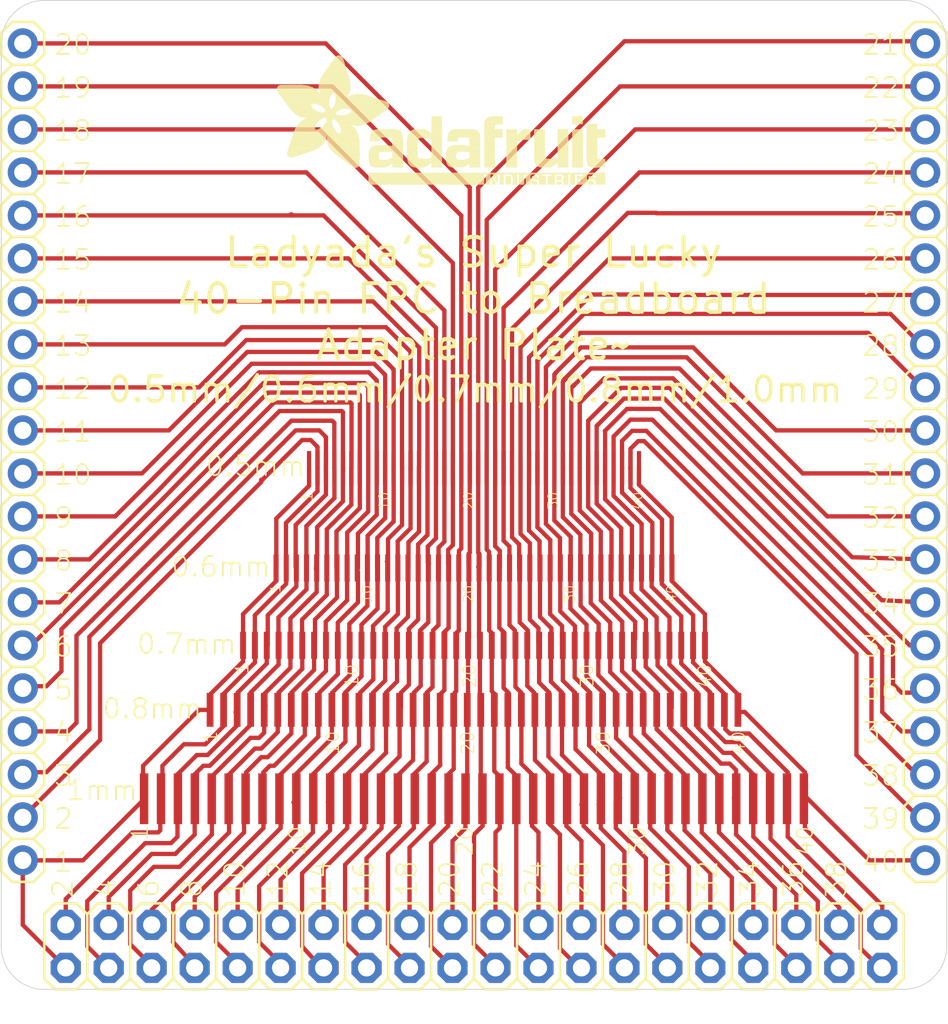
<source format=kicad_pcb>
(kicad_pcb (version 20211014) (generator pcbnew)
  (layers (0 "F.Cu" signal) (1 "In1.Cu" signal) (2 "In2.Cu" signal) (3 "In3.Cu" signal) (4 "In4.Cu" signal) (5 "In5.Cu" signal) (6 "In6.Cu" signal) (7 "In7.Cu" signal) (8 "In8.Cu" signal) (9 "In9.Cu" signal) (10 "In10.Cu" signal) (11 "In11.Cu" signal) (12 "In12.Cu" signal) (13 "In13.Cu" signal) (14 "In14.Cu" signal) (31 "B.Cu" signal) (34 "B.Paste" user) (35 "F.Paste" user) (36 "B.SilkS" user "B.Silkscreen") (37 "F.SilkS" user "F.Silkscreen") (38 "B.Mask" user) (39 "F.Mask" user) (44 "Edge.Cuts" user))
  (net 0 "")
  (net 1 "N$1")
  (net 2 "N$2")
  (net 3 "N$3")
  (net 4 "N$4")
  (net 5 "N$5")
  (net 6 "N$6")
  (net 7 "N$7")
  (net 8 "N$8")
  (net 9 "N$9")
  (net 10 "N$10")
  (net 11 "N$11")
  (net 12 "N$12")
  (net 13 "N$13")
  (net 14 "N$14")
  (net 15 "N$15")
  (net 16 "N$16")
  (net 17 "N$17")
  (net 18 "N$18")
  (net 19 "N$19")
  (net 20 "N$20")
  (net 21 "N$21")
  (net 22 "N$22")
  (net 23 "N$23")
  (net 24 "N$24")
  (net 25 "N$25")
  (net 26 "N$26")
  (net 27 "N$27")
  (net 28 "N$28")
  (net 29 "N$29")
  (net 30 "N$30")
  (net 31 "N$31")
  (net 32 "N$32")
  (net 33 "N$33")
  (net 34 "N$34")
  (net 35 "N$35")
  (net 36 "N$36")
  (net 37 "N$37")
  (net 38 "N$38")
  (net 39 "N$39")
  (net 40 "N$40")
  (footprint "boardEagle:1X20-BIG" (layer "F.Cu") (at 175.1711 102.4636 -90)
    (fp_text reference "JP3" hide)
    (fp_text value "")
  )
  (footprint "boardEagle:1X40-0.7MM" (layer "F.Cu") (at 148.5011 113.8936)
    (fp_text reference "U$2" hide)
    (fp_text value "PINHD-1X40-0.7MM" hide)
  )
  (footprint "boardEagle:1X40-0.5MM" (layer "F.Cu") (at 148.5011 103.4161)
    (fp_text reference "CON1" hide)
    (fp_text value "PINHD-1X40-0.5MM" hide)
  )
  (footprint "boardEagle:1X20-BIG" (layer "F.Cu") (at 121.8311 102.4636 90)
    (fp_text reference "JP2" hide)
    (fp_text value "")
  )
  (footprint "boardEagle:1X40-0.6MM" (layer "F.Cu") (at 148.5011 109.3216)
    (fp_text reference "U$1" hide)
    (fp_text value "PINHD-1X40-0.6MM" hide)
  )
  (footprint "boardEagle:ADAFRUIT_TEXT_20MM" (layer "F.Cu") (at 136.6901 86.6648)
    (fp_text reference "U$5" hide)
    (fp_text value "" hide)
  )
  (footprint "boardEagle:1X40-1MM" (layer "F.Cu") (at 148.5011 122.7836)
    (fp_text reference "U$4" hide)
    (fp_text value "PINHD-1X40-1MM" hide)
  )
  (footprint "boardEagle:2X20-BIG" (layer "F.Cu") (at 148.5011 131.6736)
    (fp_text reference "JP1" hide)
    (fp_text value "")
  )
  (footprint "boardEagle:1X40-0.8MM" (layer "F.Cu") (at 148.5011 117.7036)
    (fp_text reference "U$3" hide)
    (fp_text value "PINHD-1X40-0.8MM" hide)
  )
  (gr_arc (start 120.5611 78.3336) (mid 121.305049 76.537549) (end 123.1011 75.7936) (layer "Edge.Cuts") (width 0.05))
  (gr_line (start 173.9011 75.7936) (end 123.1011 75.7936) (layer "Edge.Cuts") (width 0.05))
  (gr_arc (start 173.9011 75.7936) (mid 175.697151 76.537549) (end 176.4411 78.3336) (layer "Edge.Cuts") (width 0.05))
  (gr_line (start 120.5611 78.3336) (end 120.5611 131.6736) (layer "Edge.Cuts") (width 0.05))
  (gr_arc (start 176.4411 131.6736) (mid 175.697151 133.469651) (end 173.9011 134.2136) (layer "Edge.Cuts") (width 0.05))
  (gr_arc (start 123.1011 134.2136) (mid 121.305049 133.469651) (end 120.5611 131.6736) (layer "Edge.Cuts") (width 0.05))
  (gr_line (start 123.1011 134.2136) (end 173.9011 134.2136) (layer "Edge.Cuts") (width 0.05))
  (gr_line (start 176.4411 131.6736) (end 176.4411 78.3336) (layer "Edge.Cuts") (width 0.05))
  (gr_text "16" (at 142.6591 128.8796 90) (layer "F.SilkS") (effects (font (size 1.1684 1.1684) (thickness 0.1016)) (justify left bottom)))
  (gr_text "29" (at 171.3611 99.4156) (layer "F.SilkS") (effects (font (size 1.1684 1.1684) (thickness 0.1016)) (justify left bottom)))
  (gr_text "21" (at 171.3611 79.0956) (layer "F.SilkS") (effects (font (size 1.1684 1.1684) (thickness 0.1016)) (justify left bottom)))
  (gr_text "10" (at 123.6091 104.4956) (layer "F.SilkS") (effects (font (size 1.1684 1.1684) (thickness 0.1016)) (justify left bottom)))
  (gr_text "12" (at 123.6091 99.4156) (layer "F.SilkS") (effects (font (size 1.1684 1.1684) (thickness 0.1016)) (justify left bottom)))
  (gr_text "28" (at 157.8991 128.8796 90) (layer "F.SilkS") (effects (font (size 1.1684 1.1684) (thickness 0.1016)) (justify left bottom)))
  (gr_text "22" (at 171.3611 81.6356) (layer "F.SilkS") (effects (font (size 1.1684 1.1684) (thickness 0.1016)) (justify left bottom)))
  (gr_text "8" (at 132.4991 128.8796 90) (layer "F.SilkS") (effects (font (size 1.1684 1.1684) (thickness 0.1016)) (justify left bottom)))
  (gr_text "34" (at 171.3611 112.1156) (layer "F.SilkS") (effects (font (size 1.1684 1.1684) (thickness 0.1016)) (justify left bottom)))
  (gr_text "20" (at 123.6091 79.0956) (layer "F.SilkS") (effects (font (size 1.1684 1.1684) (thickness 0.1016)) (justify left bottom)))
  (gr_text "24" (at 171.3611 86.7156) (layer "F.SilkS") (effects (font (size 1.1684 1.1684) (thickness 0.1016)) (justify left bottom)))
  (gr_text "39" (at 171.3611 124.8156) (layer "F.SilkS") (effects (font (size 1.1684 1.1684) (thickness 0.1016)) (justify left bottom)))
  (gr_text "20" (at 147.7391 128.8796 90) (layer "F.SilkS") (effects (font (size 1.1684 1.1684) (thickness 0.1016)) (justify left bottom)))
  (gr_text "16" (at 123.6091 89.2556) (layer "F.SilkS") (effects (font (size 1.1684 1.1684) (thickness 0.1016)) (justify left bottom)))
  (gr_text "0.8mm" (at 132.4991 116.9416) (layer "F.SilkS") (effects (font (size 1.1684 1.1684) (thickness 0.1016)) (justify right top)))
  (gr_text "11" (at 123.6091 101.9556) (layer "F.SilkS") (effects (font (size 1.1684 1.1684) (thickness 0.1016)) (justify left bottom)))
  (gr_text "7" (at 123.6091 112.1156) (layer "F.SilkS") (effects (font (size 1.1684 1.1684) (thickness 0.1016)) (justify left bottom)))
  (gr_text "17" (at 123.6091 86.7156) (layer "F.SilkS") (effects (font (size 1.1684 1.1684) (thickness 0.1016)) (justify left bottom)))
  (gr_text "14" (at 123.6091 94.3356) (layer "F.SilkS") (effects (font (size 1.1684 1.1684) (thickness 0.1016)) (justify left bottom)))
  (gr_text "14" (at 140.1191 128.8796 90) (layer "F.SilkS") (effects (font (size 1.1684 1.1684) (thickness 0.1016)) (justify left bottom)))
  (gr_text "38" (at 171.3611 122.2756) (layer "F.SilkS") (effects (font (size 1.1684 1.1684) (thickness 0.1016)) (justify left bottom)))
  (gr_text "30" (at 160.4391 128.8796 90) (layer "F.SilkS") (effects (font (size 1.1684 1.1684) (thickness 0.1016)) (justify left bottom)))
  (gr_text "13" (at 123.6091 96.8756) (layer "F.SilkS") (effects (font (size 1.1684 1.1684) (thickness 0.1016)) (justify left bottom)))
  (gr_text "6" (at 129.9591 128.8796 90) (layer "F.SilkS") (effects (font (size 1.1684 1.1684) (thickness 0.1016)) (justify left bottom)))
  (gr_text "37" (at 171.3611 119.7356) (layer "F.SilkS") (effects (font (size 1.1684 1.1684) (thickness 0.1016)) (justify left bottom)))
  (gr_text "36" (at 168.0591 128.8796 90) (layer "F.SilkS") (effects (font (size 1.1684 1.1684) (thickness 0.1016)) (justify left bottom)))
  (gr_text "38" (at 170.5991 128.8796 90) (layer "F.SilkS") (effects (font (size 1.1684 1.1684) (thickness 0.1016)) (justify left bottom)))
  (gr_text "33" (at 171.3611 109.5756) (layer "F.SilkS") (effects (font (size 1.1684 1.1684) (thickness 0.1016)) (justify left bottom)))
  (gr_text "30" (at 171.3611 101.9556) (layer "F.SilkS") (effects (font (size 1.1684 1.1684) (thickness 0.1016)) (justify left bottom)))
  (gr_text "4" (at 127.4191 128.8796 90) (layer "F.SilkS") (effects (font (size 1.1684 1.1684) (thickness 0.1016)) (justify left bottom)))
  (gr_text "10" (at 135.0391 128.8796 90) (layer "F.SilkS") (effects (font (size 1.1684 1.1684) (thickness 0.1016)) (justify left bottom)))
  (gr_text "34" (at 165.5191 128.8796 90) (layer "F.SilkS") (effects (font (size 1.1684 1.1684) (thickness 0.1016)) (justify left bottom)))
  (gr_text "24" (at 152.8191 128.8796 90) (layer "F.SilkS") (effects (font (size 1.1684 1.1684) (thickness 0.1016)) (justify left bottom)))
  (gr_text "9" (at 123.6091 107.0356) (layer "F.SilkS") (effects (font (size 1.1684 1.1684) (thickness 0.1016)) (justify left bottom)))
  (gr_text "5" (at 123.6091 117.1956) (layer "F.SilkS") (effects (font (size 1.1684 1.1684) (thickness 0.1016)) (justify left bottom)))
  (gr_text "1mm" (at 128.6891 121.7676) (layer "F.SilkS") (effects (font (size 1.1684 1.1684) (thickness 0.1016)) (justify right top)))
  (gr_text "2" (at 124.8791 128.8796 90) (layer "F.SilkS") (effects (font (size 1.1684 1.1684) (thickness 0.1016)) (justify left bottom)))
  (gr_text "15" (at 123.6091 91.7956) (layer "F.SilkS") (effects (font (size 1.1684 1.1684) (thickness 0.1016)) (justify left bottom)))
  (gr_text "28" (at 171.3611 96.8756) (layer "F.SilkS") (effects (font (size 1.1684 1.1684) (thickness 0.1016)) (justify left bottom)))
  (gr_text "32" (at 171.3611 107.0356) (layer "F.SilkS") (effects (font (size 1.1684 1.1684) (thickness 0.1016)) (justify left bottom)))
  (gr_text "1" (at 123.6091 127.3556) (layer "F.SilkS") (effects (font (size 1.1684 1.1684) (thickness 0.1016)) (justify left bottom)))
  (gr_text "40" (at 171.3611 127.3556) (layer "F.SilkS") (effects (font (size 1.1684 1.1684) (thickness 0.1016)) (justify left bottom)))
  (gr_text "26" (at 171.3611 91.7956) (layer "F.SilkS") (effects (font (size 1.1684 1.1684) (thickness 0.1016)) (justify left bottom)))
  (gr_text "32" (at 162.9791 128.8796 90) (layer "F.SilkS") (effects (font (size 1.1684 1.1684) (thickness 0.1016)) (justify left bottom)))
  (gr_text "25" (at 171.3611 89.2556) (layer "F.SilkS") (effects (font (size 1.1684 1.1684) (thickness 0.1016)) (justify left bottom)))
  (gr_text "0.7mm" (at 134.5311 113.1316) (layer "F.SilkS") (effects (font (size 1.1684 1.1684) (thickness 0.1016)) (justify right top)))
  (gr_text "31" (at 171.3611 104.4956) (layer "F.SilkS") (effects (font (size 1.1684 1.1684) (thickness 0.1016)) (justify left bottom)))
  (gr_text "0.5mm/0.6mm/0.7mm/0.8mm/1.0mm" (at 148.5519 98.7806) (layer "F.SilkS") (effects (font (size 1.475232 1.475232) (thickness 0.201168))))
  (gr_text "35" (at 171.3611 114.6556) (layer "F.SilkS") (effects (font (size 1.1684 1.1684) (thickness 0.1016)) (justify left bottom)))
  (gr_text "22" (at 150.2791 128.8796 90) (layer "F.SilkS") (effects (font (size 1.1684 1.1684) (thickness 0.1016)) (justify left bottom)))
  (gr_text "6" (at 123.6091 114.6556) (layer "F.SilkS") (effects (font (size 1.1684 1.1684) (thickness 0.1016)) (justify left bottom)))
  (gr_text "23" (at 171.3611 84.1756) (layer "F.SilkS") (effects (font (size 1.1684 1.1684) (thickness 0.1016)) (justify left bottom)))
  (gr_text "0.6mm" (at 136.5631 108.5596) (layer "F.SilkS") (effects (font (size 1.1684 1.1684) (thickness 0.1016)) (justify right top)))
  (gr_text "2" (at 123.6091 124.8156) (layer "F.SilkS") (effects (font (size 1.1684 1.1684) (thickness 0.1016)) (justify left bottom)))
  (gr_text "Ladyada's Super Lucky\n40-Pin FPC to Breadboard\nAdapter Plate~\n" (at 148.4757 93.4212) (layer "F.SilkS") (effects (font (size 1.698752 1.698752) (thickness 0.231648))))
  (gr_text "4" (at 123.6091 119.7356) (layer "F.SilkS") (effects (font (size 1.1684 1.1684) (thickness 0.1016)) (justify left bottom)))
  (gr_text "26" (at 155.3591 128.8796 90) (layer "F.SilkS") (effects (font (size 1.1684 1.1684) (thickness 0.1016)) (justify left bottom)))
  (gr_text "27" (at 171.3611 94.3356) (layer "F.SilkS") (effects (font (size 1.1684 1.1684) (thickness 0.1016)) (justify left bottom)))
  (gr_text "12" (at 137.5791 128.8796 90) (layer "F.SilkS") (effects (font (size 1.1684 1.1684) (thickness 0.1016)) (justify left bottom)))
  (gr_text "19" (at 123.6091 81.6356) (layer "F.SilkS") (effects (font (size 1.1684 1.1684) (thickness 0.1016)) (justify left bottom)))
  (gr_text "36" (at 171.3611 117.1956) (layer "F.SilkS") (effects (font (size 1.1684 1.1684) (thickness 0.1016)) (justify left bottom)))
  (gr_text "0.5mm" (at 138.5951 102.616) (layer "F.SilkS") (effects (font (size 1.1684 1.1684) (thickness 0.1016)) (justify right top)))
  (gr_text "18" (at 145.1991 128.8796 90) (layer "F.SilkS") (effects (font (size 1.1684 1.1684) (thickness 0.1016)) (justify left bottom)))
  (gr_text "18" (at 123.6091 84.1756) (layer "F.SilkS") (effects (font (size 1.1684 1.1684) (thickness 0.1016)) (justify left bottom)))
  (gr_text "3" (at 123.6091 122.2756) (layer "F.SilkS") (effects (font (size 1.1684 1.1684) (thickness 0.1016)) (justify left bottom)))
  (gr_text "8" (at 123.6091 109.5756) (layer "F.SilkS") (effects (font (size 1.1684 1.1684) (thickness 0.1016)) (justify left bottom)))
  (segment (start 128.9431 121.0056) (end 128.9431 123.0376) (width 0.254) (layer "F.Cu") (net 1))
  (segment (start 136.8011 110.0996) (end 136.8171 110.0836) (width 0.254) (layer "F.Cu") (net 1))
  (segment (start 132.9011 117.7036) (end 132.2451 117.7036) (width 0.254) (layer "F.Cu") (net 1))
  (segment (start 138.6713 104.5464) (end 138.7511 104.4666) (width 0.254) (layer "F.Cu") (net 1))
  (segment (start 121.8311 126.5936) (end 121.8311 130.4036) (width 0.254) (layer "F.Cu") (net 1))
  (segment (start 134.8511 113.8936) (end 134.8511 112.0496) (width 0.254) (layer "F.Cu") (net 1))
  (segment (start 132.2451 117.7036) (end 128.9431 121.0056) (width 0.254) (layer "F.Cu") (net 1))
  (segment (start 129.0011 122.9536) (end 129.0011 123.1066) (width 0.254) (layer "F.Cu") (net 1))
  (segment (start 125.3871 126.5936) (end 121.8311 126.5936) (width 0.254) (layer "F.Cu") (net 1))
  (segment (start 134.8511 114.2086) (end 134.8511 113.8936) (width 0.254) (layer "F.Cu") (net 1))
  (segment (start 132.9011 117.5976) (end 132.9011 117.7036) (width 0.254) (layer "F.Cu") (net 1))
  (segment (start 128.9431 123.0376) (end 128.9431 123.1646) (width 0.254) (layer "F.Cu") (net 1))
  (segment (start 128.9431 123.1646) (end 129.0011 123.1066) (width 0.254) (layer "F.Cu") (net 1))
  (segment (start 132.8801 116.8146) (end 132.8801 117.5766) (width 0.254) (layer "F.Cu") (net 1))
  (segment (start 136.8011 110.0996) (end 136.8011 109.3216) (width 0.254) (layer "F.Cu") (net 1))
  (segment (start 129.0011 122.9796) (end 129.0011 122.9536) (width 0.254) (layer "F.Cu") (net 1))
  (segment (start 138.7511 104.4666) (end 138.7511 103.4161) (width 0.254) (layer "F.Cu") (net 1))
  (segment (start 138.6713 104.5464) (end 138.7221 104.4956) (width 0.254) (layer "F.Cu") (net 1))
  (segment (start 128.9431 123.0376) (end 125.3871 126.5936) (width 0.254) (layer "F.Cu") (net 1))
  (segment (start 132.8801 117.5766) (end 132.9011 117.5976) (width 0.254) (layer "F.Cu") (net 1))
  (segment (start 136.8171 106.4006) (end 138.6713 104.5464) (width 0.254) (layer "F.Cu") (net 1))
  (segment (start 134.8511 112.0496) (end 136.8011 110.0996) (width 0.254) (layer "F.Cu") (net 1))
  (segment (start 134.8511 114.8436) (end 132.8801 116.8146) (width 0.254) (layer "F.Cu") (net 1))
  (segment (start 121.8311 130.4036) (end 124.3711 132.9436) (width 0.254) (layer "F.Cu") (net 1))
  (segment (start 134.8511 113.8936) (end 134.8511 114.8436) (width 0.254) (layer "F.Cu") (net 1))
  (segment (start 136.8171 109.3056) (end 136.8171 106.4006) (width 0.254) (layer "F.Cu") (net 1))
  (segment (start 136.8011 109.3216) (end 136.8171 109.3056) (width 0.254) (layer "F.Cu") (net 1))
  (segment (start 128.9431 123.0376) (end 129.0011 122.9796) (width 0.254) (layer "F.Cu") (net 1))
  (segment (start 135.5471 112.1156) (end 137.4011 110.2616) (width 0.254) (layer "F.Cu") (net 2))
  (segment (start 135.9281 104.1147) (end 135.9281 104.2416) (width 0.254) (layer "F.Cu") (net 2))
  (segment (start 139.211 102.1271) (end 139.2111 102.1271) (width 0.254) (layer "F.Cu") (net 2))
  (segment (start 124.3711 128.8796) (end 124.3711 130.4036) (width 0.254) (layer "F.Cu") (net 2))
  (segment (start 138.8491 101.7651) (end 138.3411 101.7651) (width 0.254) (layer "F.Cu") (net 2))
  (segment (start 139.2047 102.1334) (end 139.211 102.1271) (width 0.254) (layer "F.Cu") (net 2))
  (segment (start 135.5511 114.9056) (end 133.6421 116.8146) (width 0.254) (layer "F.Cu") (net 2))
  (segment (start 133.6421 117.3226) (end 133.7011 117.3816) (width 0.254) (layer "F.Cu") (net 2))
  (segment (start 135.9598 104.1464) (end 135.9281 104.1147) (width 0.254) (layer "F.Cu") (net 2))
  (segment (start 139.2511 103.4161) (end 139.2511 102.1798) (width 0.254) (layer "F.Cu") (net 2))
  (segment (start 130.0861 122.4026) (end 129.9591 122.4026) (width 0.254) (layer "F.Cu") (net 2))
  (segment (start 137.4011 109.3216) (end 137.3886 109.3091) (width 0.254) (layer "F.Cu") (net 2))
  (segment (start 129.8321 124.9426) (end 128.3081 124.9426) (width 0.254) (layer "F.Cu") (net 2))
  (segment (start 135.5511 114.9056) (end 135.5511 113.8936) (width 0.254) (layer "F.Cu") (net 2))
  (segment (start 126.4031 119.4816) (end 121.8311 124.0536) (width 0.254) (layer "F.Cu") (net 2))
  (segment (start 139.2511 102.1798) (end 139.2047 102.1334) (width 0.254) (layer "F.Cu") (net 2))
  (segment (start 133.7011 117.7036) (end 133.7011 118.6606) (width 0.254) (layer "F.Cu") (net 2))
  (segment (start 138.3411 101.7651) (end 135.9598 104.1464) (width 0.254) (layer "F.Cu") (net 2))
  (segment (start 135.5511 113.8936) (end 135.5471 113.8936) (width 0.254) (layer "F.Cu") (net 2))
  (segment (start 129.9591 122.4026) (end 129.9591 122.9116) (width 0.254) (layer "F.Cu") (net 2))
  (segment (start 139.2511 104.7921) (end 139.2511 103.4161) (width 0.254) (layer "F.Cu") (net 2))
  (segment (start 129.9591 122.9116) (end 129.9591 122.9106) (width 0.254) (layer "F.Cu") (net 2))
  (segment (start 137.3886 106.6546) (end 139.2511 104.7921) (width 0.254) (layer "F.Cu") (net 2))
  (segment (start 135.9281 104.2416) (end 126.4031 113.7666) (width 0.254) (layer "F.Cu") (net 2))
  (segment (start 137.4011 110.2616) (end 137.4011 109.3216) (width 0.254) (layer "F.Cu") (net 2))
  (segment (start 135.5471 113.8936) (end 135.5471 112.1156) (width 0.254) (layer "F.Cu") (net 2))
  (segment (start 139.2111 102.1271) (end 139.2301 102.1461) (width 0.254) (layer "F.Cu") (net 2))
  (segment (start 137.3886 109.3091) (end 137.3886 106.6546) (width 0.254) (layer "F.Cu") (net 2))
  (segment (start 128.3081 124.9426) (end 124.3711 128.8796) (width 0.254) (layer "F.Cu") (net 2))
  (segment (start 133.7011 117.3816) (end 133.7011 117.7036) (width 0.254) (layer "F.Cu") (net 2))
  (segment (start 132.6261 119.7356) (end 131.3561 119.7356) (width 0.254) (layer "F.Cu") (net 2))
  (segment (start 130.0861 121.0056) (end 130.0861 122.4026) (width 0.254) (layer "F.Cu") (net 2))
  (segment (start 133.6421 116.8146) (end 133.6421 117.3226) (width 0.254) (layer "F.Cu") (net 2))
  (segment (start 139.2111 102.1271) (end 138.8491 101.7651) (width 0.254) (layer "F.Cu") (net 2))
  (segment (start 129.9591 124.8156) (end 129.8321 124.9426) (width 0.254) (layer "F.Cu") (net 2))
  (segment (start 135.9281 104.1147) (end 135.9281 104.1146) (width 0.254) (layer "F.Cu") (net 2))
  (segment (start 130.0861 122.4026) (end 130.0861 122.5296) (width 0.254) (layer "F.Cu") (net 2))
  (segment (start 126.4031 113.7666) (end 126.4031 119.4816) (width 0.254) (layer "F.Cu") (net 2))
  (segment (start 133.7011 118.6606) (end 132.6261 119.7356) (width 0.254) (layer "F.Cu") (net 2))
  (segment (start 129.9591 122.9116) (end 130.0011 122.9536) (width 0.254) (layer "F.Cu") (net 2))
  (segment (start 131.3561 119.7356) (end 130.0861 121.0056) (width 0.254) (layer "F.Cu") (net 2))
  (segment (start 129.9591 122.9116) (end 129.9591 124.8156) (width 0.254) (layer "F.Cu") (net 2))
  (segment (start 135.9598 104.1464) (end 135.9281 104.1781) (width 0.254) (layer "F.Cu") (net 2))
  (segment (start 136.2511 113.8936) (end 136.3091 113.8936) (width 0.254) (layer "F.Cu") (net 3))
  (segment (start 130.9751 121.5136) (end 130.9751 122.9276) (width 0.254) (layer "F.Cu") (net 3))
  (segment (start 125.6411 129.0066) (end 125.6411 131.6736) (width 0.254) (layer "F.Cu") (net 3))
  (segment (start 130.9751 122.9276) (end 130.9751 122.9106) (width 0.254) (layer "F.Cu") (net 3))
  (segment (start 134.5311 116.6876) (end 136.2511 114.9676) (width 0.254) (layer "F.Cu") (net 3))
  (segment (start 134.5011 117.7336) (end 134.4041 117.8306) (width 0.254) (layer "F.Cu") (net 3))
  (segment (start 137.9601 106.7816) (end 139.7511 104.9906) (width 0.254) (layer "F.Cu") (net 3))
  (segment (start 131.0011 122.9536) (end 131.0011 122.9366) (width 0.254) (layer "F.Cu") (net 3))
  (segment (start 136.3091 113.8936) (end 136.3091 112.1156) (width 0.254) (layer "F.Cu") (net 3))
  (segment (start 129.0701 125.5776) (end 125.6411 129.0066) (width 0.254) (layer "F.Cu") (net 3))
  (segment (start 134.5011 117.7336) (end 134.5311 117.7036) (width 0.254) (layer "F.Cu") (net 3))
  (segment (start 121.9581 121.3866) (end 121.8311 121.5136) (width 0.254) (layer "F.Cu") (net 3))
  (segment (start 139.3571 101.1936) (end 137.9601 101.1936) (width 0.254) (layer "F.Cu") (net 3))
  (segment (start 130.9751 122.9276) (end 130.9751 125.1966) (width 0.254) (layer "F.Cu") (net 3))
  (segment (start 130.5941 125.5776) (end 129.0701 125.5776) (width 0.254) (layer "F.Cu") (net 3))
  (segment (start 138.0011 110.4236) (end 138.0011 109.3216) (width 0.254) (layer "F.Cu") (net 3))
  (segment (start 125.6411 131.6736) (end 126.9111 132.9436) (width 0.254) (layer "F.Cu") (net 3))
  (segment (start 134.5011 118.6226) (end 132.7531 120.3706) (width 0.254) (layer "F.Cu") (net 3))
  (segment (start 132.7531 120.3706) (end 132.1181 120.3706) (width 0.254) (layer "F.Cu") (net 3))
  (segment (start 138.0011 109.3216) (end 137.9601 109.2806) (width 0.254) (layer "F.Cu") (net 3))
  (segment (start 139.7381 101.5746) (end 139.3571 101.1936) (width 0.254) (layer "F.Cu") (net 3))
  (segment (start 136.2511 114.9676) (end 136.2511 113.8936) (width 0.254) (layer "F.Cu") (net 3))
  (segment (start 136.3091 112.1156) (end 138.0011 110.4236) (width 0.254) (layer "F.Cu") (net 3))
  (segment (start 123.2281 121.3866) (end 121.9581 121.3866) (width 0.254) (layer "F.Cu") (net 3))
  (segment (start 130.9751 125.1966) (end 130.5941 125.5776) (width 0.254) (layer "F.Cu") (net 3))
  (segment (start 134.5011 117.7036) (end 134.5011 117.7336) (width 0.254) (layer "F.Cu") (net 3))
  (segment (start 139.7127 101.5746) (end 139.7381 101.5746) (width 0.254) (layer "F.Cu") (net 3))
  (segment (start 125.7681 113.3856) (end 125.7681 118.8466) (width 0.254) (layer "F.Cu") (net 3))
  (segment (start 139.7511 103.4161) (end 139.7511 101.613) (width 0.254) (layer "F.Cu") (net 3))
  (segment (start 137.9601 101.1936) (end 125.7681 113.3856) (width 0.254) (layer "F.Cu") (net 3))
  (segment (start 134.5311 117.7036) (end 134.5311 116.6876) (width 0.254) (layer "F.Cu") (net 3))
  (segment (start 132.1181 120.3706) (end 130.9751 121.5136) (width 0.254) (layer "F.Cu") (net 3))
  (segment (start 125.7681 118.8466) (end 123.2281 121.3866) (width 0.254) (layer "F.Cu") (net 3))
  (segment (start 139.7511 101.613) (end 139.7127 101.5746) (width 0.254) (layer "F.Cu") (net 3))
  (segment (start 130.9751 122.9276) (end 131.0011 122.9536) (width 0.254) (layer "F.Cu") (net 3))
  (segment (start 134.5011 117.7036) (end 134.5011 118.6226) (width 0.254) (layer "F.Cu") (net 3))
  (segment (start 137.9601 109.2806) (end 137.9601 106.7816) (width 0.254) (layer "F.Cu") (net 3))
  (segment (start 139.7511 104.9906) (end 139.7511 103.4161) (width 0.254) (layer "F.Cu") (net 3))
  (segment (start 138.6011 109.5696) (end 138.5951 109.5756) (width 0.254) (layer "F.Cu") (net 4))
  (segment (start 135.3011 117.5846) (end 135.2931 117.5766) (width 0.254) (layer "F.Cu") (net 4))
  (segment (start 132.0011 122.9536) (end 132.0011 123.0276) (width 0.254) (layer "F.Cu") (net 4))
  (segment (start 131.9911 121.5136) (end 131.9911 122.9106) (width 0.254) (layer "F.Cu") (net 4))
  (segment (start 136.9441 112.2426) (end 138.6011 110.5856) (width 0.254) (layer "F.Cu") (net 4))
  (segment (start 135.3011 117.7036) (end 135.3011 118.5846) (width 0.254) (layer "F.Cu") (net 4))
  (segment (start 138.6011 110.5856) (end 138.6011 109.3216) (width 0.254) (layer "F.Cu") (net 4))
  (segment (start 140.1191 100.6221) (end 137.7061 100.6221) (width 0.254) (layer "F.Cu") (net 4))
  (segment (start 132.0011 122.9206) (end 132.0011 122.9536) (width 0.254) (layer "F.Cu") (net 4))
  (segment (start 130.8481 126.2126) (end 129.4511 126.2126) (width 0.254) (layer "F.Cu") (net 4))
  (segment (start 129.4511 126.2126) (end 126.9111 128.7526) (width 0.254) (layer "F.Cu") (net 4))
  (segment (start 131.9911 122.9106) (end 131.9911 125.0696) (width 0.254) (layer "F.Cu") (net 4))
  (segment (start 126.9111 128.7526) (end 126.9111 130.4036) (width 0.254) (layer "F.Cu") (net 4))
  (segment (start 135.2931 117.5766) (end 135.2931 116.6876) (width 0.254) (layer "F.Cu") (net 4))
  (segment (start 136.9511 115.0296) (end 136.9511 113.8936) (width 0.254) (layer "F.Cu") (net 4))
  (segment (start 136.9511 113.8936) (end 136.9441 113.8936) (width 0.254) (layer "F.Cu") (net 4))
  (segment (start 132.4991 121.0056) (end 131.9911 121.5136) (width 0.254) (layer "F.Cu") (net 4))
  (segment (start 140.2511 103.4161) (end 140.2461 103.4111) (width 0.254) (layer "F.Cu") (net 4))
  (segment (start 131.9911 122.9106) (end 131.9911 123.0376) (width 0.254) (layer "F.Cu") (net 4))
  (segment (start 140.2461 100.7491) (end 140.1191 100.6221) (width 0.254) (layer "F.Cu") (net 4))
  (segment (start 136.9441 113.8936) (end 136.9441 112.2426) (width 0.254) (layer "F.Cu") (net 4))
  (segment (start 138.6011 109.1371) (end 138.5951 109.1311) (width 0.254) (layer "F.Cu") (net 4))
  (segment (start 140.2511 105.1891) (end 140.2511 103.4161) (width 0.254) (layer "F.Cu") (net 4))
  (segment (start 135.2931 116.6876) (end 136.9511 115.0296) (width 0.254) (layer "F.Cu") (net 4))
  (segment (start 131.9911 123.0376) (end 132.0011 123.0276) (width 0.254) (layer "F.Cu") (net 4))
  (segment (start 135.3011 118.5846) (end 132.8801 121.0056) (width 0.254) (layer "F.Cu") (net 4))
  (segment (start 131.9911 125.0696) (end 130.8481 126.2126) (width 0.254) (layer "F.Cu") (net 4))
  (segment (start 140.2461 103.4111) (end 140.2461 100.7491) (width 0.254) (layer "F.Cu") (net 4))
  (segment (start 138.6011 109.3216) (end 138.6011 109.1371) (width 0.254) (layer "F.Cu") (net 4))
  (segment (start 138.5951 109.1311) (end 138.5951 106.8451) (width 0.254) (layer "F.Cu") (net 4))
  (segment (start 125.0061 113.3221) (end 125.0061 118.4656) (width 0.254) (layer "F.Cu") (net 4))
  (segment (start 131.9911 122.9106) (end 132.0011 122.9206) (width 0.254) (layer "F.Cu") (net 4))
  (segment (start 135.3011 117.7036) (end 135.3011 117.5846) (width 0.254) (layer "F.Cu") (net 4))
  (segment (start 124.4981 118.9736) (end 121.8311 118.9736) (width 0.254) (layer "F.Cu") (net 4))
  (segment (start 132.8801 121.0056) (end 132.4991 121.0056) (width 0.254) (layer "F.Cu") (net 4))
  (segment (start 137.7061 100.6221) (end 125.0061 113.3221) (width 0.254) (layer "F.Cu") (net 4))
  (segment (start 138.5951 106.8451) (end 140.2511 105.1891) (width 0.254) (layer "F.Cu") (net 4))
  (segment (start 125.0061 118.4656) (end 124.4981 118.9736) (width 0.254) (layer "F.Cu") (net 4))
  (segment (start 138.6011 109.3216) (end 138.6011 109.5696) (width 0.254) (layer "F.Cu") (net 4))
  (segment (start 128.1811 128.3716) (end 128.1811 131.5466) (width 0.254) (layer "F.Cu") (net 5))
  (segment (start 139.2011 109.4196) (end 139.2301 109.4486) (width 0.254) (layer "F.Cu") (net 5))
  (segment (start 133.0071 122.9476) (end 133.0071 122.9106) (width 0.254) (layer "F.Cu") (net 5))
  (segment (start 136.1011 117.7036) (end 136.1011 119.0546) (width 0.254) (layer "F.Cu") (net 5))
  (segment (start 131.1021 126.9746) (end 129.5781 126.9746) (width 0.254) (layer "F.Cu") (net 5))
  (segment (start 137.0076 100.0506) (end 124.1171 112.9411) (width 0.254) (layer "F.Cu") (net 5))
  (segment (start 124.1171 115.4176) (end 123.2281 116.3066) (width 0.254) (layer "F.Cu") (net 5))
  (segment (start 136.1011 119.0546) (end 135.8011 119.3546) (width 0.254) (layer "F.Cu") (net 5))
  (segment (start 133.0071 122.9476) (end 133.0071 125.0696) (width 0.254) (layer "F.Cu") (net 5))
  (segment (start 136.1821 117.4496) (end 136.0551 117.3226) (width 0.254) (layer "F.Cu") (net 5))
  (segment (start 133.0071 122.4026) (end 133.0011 122.4086) (width 0.254) (layer "F.Cu") (net 5))
  (segment (start 139.2011 109.3216) (end 139.2011 109.4196) (width 0.254) (layer "F.Cu") (net 5))
  (segment (start 139.2301 106.9086) (end 140.7511 105.3876) (width 0.254) (layer "F.Cu") (net 5))
  (segment (start 137.6511 113.8936) (end 137.6511 112.2976) (width 0.254) (layer "F.Cu") (net 5))
  (segment (start 140.7541 100.1141) (end 140.6906 100.0506) (width 0.254) (layer "F.Cu") (net 5))
  (segment (start 139.1666 109.3851) (end 139.2301 108.5596) (width 0.254) (layer "F.Cu") (net 5))
  (segment (start 139.2011 110.7476) (end 139.2011 109.3216) (width 0.254) (layer "F.Cu") (net 5))
  (segment (start 136.1011 117.7036) (end 136.1011 117.5306) (width 0.254) (layer "F.Cu") (net 5))
  (segment (start 136.0551 117.3226) (end 136.0551 116.8146) (width 0.254) (layer "F.Cu") (net 5))
  (segment (start 133.0011 122.9536) (end 133.0071 122.9476) (width 0.254) (layer "F.Cu") (net 5))
  (segment (start 133.0071 122.4026) (end 133.0071 122.6566) (width 0.254) (layer "F.Cu") (net 5))
  (segment (start 140.6906 100.0506) (end 137.0076 100.0506) (width 0.254) (layer "F.Cu") (net 5))
  (segment (start 137.6511 112.2976) (end 139.2011 110.7476) (width 0.254) (layer "F.Cu") (net 5))
  (segment (start 139.2301 108.5596) (end 139.2301 106.9086) (width 0.254) (layer "F.Cu") (net 5))
  (segment (start 139.2011 109.3216) (end 139.1666 109.3851) (width 0.254) (layer "F.Cu") (net 5))
  (segment (start 140.7511 103.4161) (end 140.7541 103.4191) (width 0.254) (layer "F.Cu") (net 5))
  (segment (start 133.0011 122.4086) (end 133.0011 122.9536) (width 0.254) (layer "F.Cu") (net 5))
  (segment (start 133.0071 125.0696) (end 131.1021 126.9746) (width 0.254) (layer "F.Cu") (net 5))
  (segment (start 140.7541 103.4191) (end 140.7541 100.1141) (width 0.254) (layer "F.Cu") (net 5))
  (segment (start 128.1811 131.5466) (end 129.4511 132.8166) (width 0.254) (layer "F.Cu") (net 5))
  (segment (start 136.0551 116.8146) (end 137.6511 115.2186) (width 0.254) (layer "F.Cu") (net 5))
  (segment (start 140.7541 103.4191) (end 140.7541 103.6066) (width 0.254) (layer "F.Cu") (net 5))
  (segment (start 123.2281 116.3066) (end 121.7041 116.3066) (width 0.254) (layer "F.Cu") (net 5))
  (segment (start 136.1011 117.5306) (end 136.1821 117.4496) (width 0.254) (layer "F.Cu") (net 5))
  (segment (start 129.4511 132.8166) (end 129.4511 132.9436) (width 0.254) (layer "F.Cu") (net 5))
  (segment (start 129.5781 126.9746) (end 128.1811 128.3716) (width 0.254) (layer "F.Cu") (net 5))
  (segment (start 140.7511 105.3876) (end 140.7511 103.4161) (width 0.254) (layer "F.Cu") (net 5))
  (segment (start 135.2931 119.3546) (end 133.0071 121.6406) (width 0.254) (layer "F.Cu") (net 5))
  (segment (start 124.1171 112.9411) (end 124.1171 115.4176) (width 0.254) (layer "F.Cu") (net 5))
  (segment (start 121.7041 116.3066) (end 121.8311 116.4336) (width 0.254) (layer "F.Cu") (net 5))
  (segment (start 135.8011 119.3546) (end 135.2931 119.3546) (width 0.254) (layer "F.Cu") (net 5))
  (segment (start 133.0071 121.6406) (end 133.0071 122.4026) (width 0.254) (layer "F.Cu") (net 5))
  (segment (start 137.6511 115.2186) (end 137.6511 113.8936) (width 0.254) (layer "F.Cu") (net 5))
  (segment (start 139.8016 107.0356) (end 141.2511 105.5861) (width 0.254) (layer "F.Cu") (net 6))
  (segment (start 122.3391 113.8936) (end 121.8311 113.8936) (width 0.254) (layer "F.Cu") (net 6))
  (segment (start 138.3511 115.2806) (end 138.3511 113.8936) (width 0.254) (layer "F.Cu") (net 6))
  (segment (start 136.9011 117.7036) (end 136.9011 119.0166) (width 0.254) (layer "F.Cu") (net 6))
  (segment (start 134.0231 124.9426) (end 129.4511 129.5146) (width 0.254) (layer "F.Cu") (net 6))
  (segment (start 133.9391 122.9536) (end 134.0231 123.0376) (width 0.254) (layer "F.Cu") (net 6))
  (segment (start 139.8016 109.0676) (end 139.8016 107.0356) (width 0.254) (layer "F.Cu") (net 6))
  (segment (start 141.2621 99.6061) (end 141.1986 99.5426) (width 0.254) (layer "F.Cu") (net 6))
  (segment (start 129.4511 129.5146) (end 129.4511 130.4036) (width 0.254) (layer "F.Cu") (net 6))
  (segment (start 136.9011 117.7036) (end 136.9011 117.6196) (width 0.254) (layer "F.Cu") (net 6))
  (segment (start 138.3511 113.8936) (end 138.3511 113.5226) (width 0.254) (layer "F.Cu") (net 6))
  (segment (start 141.2511 105.5861) (end 141.2511 103.4161) (width 0.254) (layer "F.Cu") (net 6))
  (segment (start 141.1986 99.5426) (end 136.6901 99.5426) (width 0.254) (layer "F.Cu") (net 6))
  (segment (start 134.0011 122.8886) (end 134.0011 122.9536) (width 0.254) (layer "F.Cu") (net 6))
  (segment (start 134.0011 122.9536) (end 133.9391 122.9536) (width 0.254) (layer "F.Cu") (net 6))
  (segment (start 136.9441 116.6876) (end 138.3511 115.2806) (width 0.254) (layer "F.Cu") (net 6))
  (segment (start 141.2511 103.4161) (end 141.2621 103.4051) (width 0.254) (layer "F.Cu") (net 6))
  (segment (start 141.2621 103.4051) (end 141.2621 99.6061) (width 0.254) (layer "F.Cu") (net 6))
  (segment (start 134.0231 121.5136) (end 134.0231 122.6566) (width 0.254) (layer "F.Cu") (net 6))
  (segment (start 139.8011 109.0681) (end 139.8016 109.0676) (width 0.254) (layer "F.Cu") (net 6))
  (segment (start 134.0231 123.0376) (end 134.0231 124.9426) (width 0.254) (layer "F.Cu") (net 6))
  (segment (start 138.3511 113.5226) (end 138.3411 113.5126) (width 0.254) (layer "F.Cu") (net 6))
  (segment (start 134.0231 122.6566) (end 133.8961 122.7836) (width 0.254) (layer "F.Cu") (net 6))
  (segment (start 139.8011 110.9096) (end 139.8011 109.3216) (width 0.254) (layer "F.Cu") (net 6))
  (segment (start 138.3411 113.5126) (end 138.3411 112.3696) (width 0.254) (layer "F.Cu") (net 6))
  (segment (start 133.8961 122.7836) (end 134.0011 122.8886) (width 0.254) (layer "F.Cu") (net 6))
  (segment (start 138.3411 112.3696) (end 139.8011 110.9096) (width 0.254) (layer "F.Cu") (net 6))
  (segment (start 135.5471 119.9896) (end 134.0231 121.5136) (width 0.254) (layer "F.Cu") (net 6))
  (segment (start 135.9281 119.9896) (end 135.5471 119.9896) (width 0.254) (layer "F.Cu") (net 6))
  (segment (start 139.8011 109.3216) (end 139.8011 109.0681) (width 0.254) (layer "F.Cu") (net 6))
  (segment (start 136.9441 117.5766) (end 136.9441 116.6876) (width 0.254) (layer "F.Cu") (net 6))
  (segment (start 136.6901 99.5426) (end 122.3391 113.8936) (width 0.254) (layer "F.Cu") (net 6))
  (segment (start 133.9391 122.9536) (end 133.8961 122.9106) (width 0.254) (layer "F.Cu") (net 6))
  (segment (start 136.9011 119.0166) (end 135.9281 119.9896) (width 0.254) (layer "F.Cu") (net 6))
  (segment (start 136.9011 117.6196) (end 136.9441 117.5766) (width 0.254) (layer "F.Cu") (net 6))
  (segment (start 141.7511 103.4161) (end 141.7511 99.1172) (width 0.254) (layer "F.Cu") (net 7))
  (segment (start 136.3599 98.9584) (end 136.3472 98.9711) (width 0.254) (layer "F.Cu") (net 7))
  (segment (start 123.9901 111.3536) (end 121.8311 111.3536) (width 0.254) (layer "F.Cu") (net 7))
  (segment (start 135.0391 123.1646) (end 135.0011 123.1266) (width 0.254) (layer "F.Cu") (net 7))
  (segment (start 136.3091 98.9711) (end 133.1976 102.0826) (width 0.254) (layer "F.Cu") (net 7))
  (segment (start 137.7061 116.6876) (end 139.0511 115.3426) (width 0.254) (layer "F.Cu") (net 7))
  (segment (start 139.1031 112.3696) (end 140.4011 111.0716) (width 0.254) (layer "F.Cu") (net 7))
  (segment (start 130.7211 131.4196) (end 131.9911 132.8166) (width 0.254) (layer "F.Cu") (net 7))
  (segment (start 137.7011 117.7036) (end 137.7061 117.7036) (width 0.254) (layer "F.Cu") (net 7))
  (segment (start 137.7061 117.7036) (end 137.7061 119.1006) (width 0.254) (layer "F.Cu") (net 7))
  (segment (start 139.0511 113.6916) (end 139.1031 113.6396) (width 0.254) (layer "F.Cu") (net 7))
  (segment (start 140.3731 107.1626) (end 141.7511 105.7846) (width 0.254) (layer "F.Cu") (net 7))
  (segment (start 141.5923 98.9584) (end 136.3599 98.9584) (width 0.254) (layer "F.Cu") (net 7))
  (segment (start 135.0391 121.3866) (end 135.0391 122.6566) (width 0.254) (layer "F.Cu") (net 7))
  (segment (start 130.7211 129.1336) (end 130.7211 131.4196) (width 0.254) (layer "F.Cu") (net 7))
  (segment (start 140.3731 109.2936) (end 140.3731 107.1626) (width 0.254) (layer "F.Cu") (net 7))
  (segment (start 136.3091 120.4976) (end 135.9281 120.4976) (width 0.254) (layer "F.Cu") (net 7))
  (segment (start 134.9121 122.7836) (end 134.9121 124.9426) (width 0.254) (layer "F.Cu") (net 7))
  (segment (start 134.9121 124.9426) (end 130.7211 129.1336) (width 0.254) (layer "F.Cu") (net 7))
  (segment (start 141.7511 105.7846) (end 141.7511 103.4161) (width 0.254) (layer "F.Cu") (net 7))
  (segment (start 140.4011 111.0716) (end 140.4011 109.3216) (width 0.254) (layer "F.Cu") (net 7))
  (segment (start 131.9911 132.8166) (end 131.9911 132.9436) (width 0.254) (layer "F.Cu") (net 7))
  (segment (start 139.0511 113.8936) (end 139.0511 113.6916) (width 0.254) (layer "F.Cu") (net 7))
  (segment (start 135.0391 122.6566) (end 135.0011 122.6946) (width 0.254) (layer "F.Cu") (net 7))
  (segment (start 141.7511 99.1172) (end 141.5923 98.9584) (width 0.254) (layer "F.Cu") (net 7))
  (segment (start 135.0391 122.6566) (end 134.9121 122.7836) (width 0.254) (layer "F.Cu") (net 7))
  (segment (start 135.0011 122.6946) (end 135.0011 122.9536) (width 0.254) (layer "F.Cu") (net 7))
  (segment (start 137.7061 117.7036) (end 137.7061 116.6876) (width 0.254) (layer "F.Cu") (net 7))
  (segment (start 139.0511 115.3426) (end 139.0511 113.8936) (width 0.254) (layer "F.Cu") (net 7))
  (segment (start 137.7061 119.1006) (end 136.3091 120.4976) (width 0.254) (layer "F.Cu") (net 7))
  (segment (start 139.1031 113.6396) (end 139.1031 112.3696) (width 0.254) (layer "F.Cu") (net 7))
  (segment (start 136.3472 98.9711) (end 136.3091 98.9711) (width 0.254) (layer "F.Cu") (net 7))
  (segment (start 133.1976 102.0826) (end 130.1496 105.1941) (width 0.254) (layer "F.Cu") (net 7))
  (segment (start 130.1496 105.1941) (end 123.9901 111.3536) (width 0.254) (layer "F.Cu") (net 7))
  (segment (start 140.4011 109.3216) (end 140.3731 109.2936) (width 0.254) (layer "F.Cu") (net 7))
  (segment (start 135.0011 122.9536) (end 135.0011 123.1266) (width 0.254) (layer "F.Cu") (net 7))
  (segment (start 135.9281 120.4976) (end 135.0391 121.3866) (width 0.254) (layer "F.Cu") (net 7))
  (segment (start 135.0391 122.6566) (end 135.0391 123.1646) (width 0.254) (layer "F.Cu") (net 7))
  (segment (start 138.4681 117.4496) (end 138.5011 117.4826) (width 0.254) (layer "F.Cu") (net 8))
  (segment (start 142.0241 98.3996) (end 142.1511 98.5266) (width 0.254) (layer "F.Cu") (net 8))
  (segment (start 139.7511 113.8936) (end 139.7511 115.4046) (width 0.254) (layer "F.Cu") (net 8))
  (segment (start 141.0011 109.9566) (end 141.0011 111.2336) (width 0.254) (layer "F.Cu") (net 8))
  (segment (start 139.7511 115.4046) (end 138.4681 116.6876) (width 0.254) (layer "F.Cu") (net 8))
  (segment (start 132.6261 101.8286) (end 136.0551 98.3996) (width 0.254) (layer "F.Cu") (net 8))
  (segment (start 136.0551 122.6566) (end 135.9281 122.7836) (width 0.254) (layer "F.Cu") (net 8))
  (segment (start 136.6901 121.0056) (end 136.4361 121.0056) (width 0.254) (layer "F.Cu") (net 8))
  (segment (start 136.4361 121.0056) (end 136.0551 121.3866) (width 0.254) (layer "F.Cu") (net 8))
  (segment (start 142.2511 103.4161) (end 142.2511 105.9831) (width 0.254) (layer "F.Cu") (net 8))
  (segment (start 131.9911 128.7526) (end 131.9911 130.4036) (width 0.254) (layer "F.Cu") (net 8))
  (segment (start 141.0011 109.9566) (end 141.0081 109.9566) (width 0.254) (layer "F.Cu") (net 8))
  (segment (start 141.0011 109.3216) (end 141.0011 109.9566) (width 0.254) (layer "F.Cu") (net 8))
  (segment (start 138.5011 117.7036) (end 138.5011 119.1946) (width 0.254) (layer "F.Cu") (net 8))
  (segment (start 139.7511 113.7796) (end 139.7511 113.8936) (width 0.254) (layer "F.Cu") (net 8))
  (segment (start 141.0081 107.2261) (end 141.0081 109.3216) (width 0.254) (layer "F.Cu") (net 8))
  (segment (start 141.0081 109.3286) (end 141.0081 109.3851) (width 0.254) (layer "F.Cu") (net 8))
  (segment (start 142.1511 98.5266) (end 142.2511 98.6266) (width 0.254) (layer "F.Cu") (net 8))
  (segment (start 125.7681 108.8136) (end 121.8311 108.8136) (width 0.254) (layer "F.Cu") (net 8))
  (segment (start 135.9711 122.9536) (end 135.9281 122.9106) (width 0.254) (layer "F.Cu") (net 8))
  (segment (start 141.0011 111.2336) (end 139.7381 112.4966) (width 0.254) (layer "F.Cu") (net 8))
  (segment (start 136.0551 98.3996) (end 142.0241 98.3996) (width 0.254) (layer "F.Cu") (net 8))
  (segment (start 138.4681 116.6876) (end 138.4681 117.4496) (width 0.254) (layer "F.Cu") (net 8))
  (segment (start 136.0011 122.8566) (end 136.0011 122.9536) (width 0.254) (layer "F.Cu") (net 8))
  (segment (start 138.5011 119.1946) (end 136.6901 121.0056) (width 0.254) (layer "F.Cu") (net 8))
  (segment (start 136.0551 124.6886) (end 131.9911 128.7526) (width 0.254) (layer "F.Cu") (net 8))
  (segment (start 135.9281 122.7836) (end 136.0011 122.8566) (width 0.254) (layer "F.Cu") (net 8))
  (segment (start 125.7681 108.8136) (end 129.8321 104.7496) (width 0.254) (layer "F.Cu") (net 8))
  (segment (start 138.5011 117.4826) (end 138.5011 117.7036) (width 0.254) (layer "F.Cu") (net 8))
  (segment (start 129.8321 104.7496) (end 132.6261 101.8286) (width 0.254) (layer "F.Cu") (net 8))
  (segment (start 142.2511 98.6266) (end 142.2511 103.4161) (width 0.254) (layer "F.Cu") (net 8))
  (segment (start 136.0551 121.3866) (end 136.0551 122.6566) (width 0.254) (layer "F.Cu") (net 8))
  (segment (start 139.7381 113.7666) (end 139.7511 113.7796) (width 0.254) (layer "F.Cu") (net 8))
  (segment (start 136.0551 123.0376) (end 136.0551 124.6886) (width 0.254) (layer "F.Cu") (net 8))
  (segment (start 142.2511 105.9831) (end 141.0081 107.2261) (width 0.254) (layer "F.Cu") (net 8))
  (segment (start 139.7381 112.4966) (end 139.7381 113.7666) (width 0.254) (layer "F.Cu") (net 8))
  (segment (start 135.9711 122.9536) (end 136.0551 123.0376) (width 0.254) (layer "F.Cu") (net 8))
  (segment (start 136.0011 122.9536) (end 135.9711 122.9536) (width 0.254) (layer "F.Cu") (net 8))
  (segment (start 141.0081 109.3216) (end 141.0011 109.3216) (width 0.254) (layer "F.Cu") (net 8))
  (segment (start 141.0011 109.3216) (end 141.0081 109.3286) (width 0.254) (layer "F.Cu") (net 8))
  (segment (start 141.6431 109.2581) (end 141.6431 107.2896) (width 0.254) (layer "F.Cu") (net 9))
  (segment (start 137.0711 124.6886) (end 133.2611 128.4986) (width 0.254) (layer "F.Cu") (net 9))
  (segment (start 135.8011 97.7646) (end 127.2921 106.2736) (width 0.254) (layer "F.Cu") (net 9))
  (segment (start 141.6431 107.2896) (end 142.7511 106.1816) (width 0.254) (layer "F.Cu") (net 9))
  (segment (start 134.5311 132.6896) (end 134.5311 132.9436) (width 0.254) (layer "F.Cu") (net 9))
  (segment (start 140.4511 115.5936) (end 140.4511 113.8936) (width 0.254) (layer "F.Cu") (net 9))
  (segment (start 137.0711 122.9106) (end 137.0711 124.6886) (width 0.254) (layer "F.Cu") (net 9))
  (segment (start 140.4511 112.5456) (end 141.6431 111.3536) (width 0.254) (layer "F.Cu") (net 9))
  (segment (start 141.6011 109.3001) (end 141.6431 109.2581) (width 0.254) (layer "F.Cu") (net 9))
  (segment (start 137.0011 122.9536) (end 137.0281 122.9536) (width 0.254) (layer "F.Cu") (net 9))
  (segment (start 141.6431 109.5756) (end 141.6011 109.5336) (width 0.254) (layer "F.Cu") (net 9))
  (segment (start 137.0281 122.9536) (end 137.0711 122.9106) (width 0.254) (layer "F.Cu") (net 9))
  (segment (start 141.6011 109.3216) (end 141.6431 109.3216) (width 0.254) (layer "F.Cu") (net 9))
  (segment (start 139.3011 119.2836) (end 139.3011 117.7036) (width 0.254) (layer "F.Cu") (net 9))
  (segment (start 142.7511 103.4161) (end 142.7511 98.2376) (width 0.254) (layer "F.Cu") (net 9))
  (segment (start 139.3011 119.2836) (end 137.0711 121.5136) (width 0.254) (layer "F.Cu") (net 9))
  (segment (start 137.0011 122.8406) (end 137.0011 122.9536) (width 0.254) (layer "F.Cu") (net 9))
  (segment (start 137.0711 121.5136) (end 137.0711 122.6566) (width 0.254) (layer "F.Cu") (net 9))
  (segment (start 142.6337 98.1202) (end 142.2781 97.7646) (width 0.254) (layer "F.Cu") (net 9))
  (segment (start 142.7511 106.1816) (end 142.7511 103.4161) (width 0.254) (layer "F.Cu") (net 9))
  (segment (start 139.3571 117.7036) (end 139.3571 116.6876) (width 0.254) (layer "F.Cu") (net 9))
  (segment (start 139.3571 116.6876) (end 140.4511 115.5936) (width 0.254) (layer "F.Cu") (net 9))
  (segment (start 142.2781 97.7646) (end 135.8011 97.7646) (width 0.254) (layer "F.Cu") (net 9))
  (segment (start 127.2921 106.2736) (end 121.8311 106.2736) (width 0.254) (layer "F.Cu") (net 9))
  (segment (start 142.7511 98.2376) (end 142.6337 98.1202) (width 0.254) (layer "F.Cu") (net 9))
  (segment (start 136.9441 122.7836) (end 137.0011 122.8406) (width 0.254) (layer "F.Cu") (net 9))
  (segment (start 140.4511 113.8936) (end 140.4511 112.5456) (width 0.254) (layer "F.Cu") (net 9))
  (segment (start 137.0711 122.6566) (end 136.9441 122.7836) (width 0.254) (layer "F.Cu") (net 9))
  (segment (start 141.6431 111.3536) (end 141.6431 109.5756) (width 0.254) (layer "F.Cu") (net 9))
  (segment (start 141.6011 109.3216) (end 141.6011 109.3001) (width 0.254) (layer "F.Cu") (net 9))
  (segment (start 133.2611 128.4986) (end 133.2611 131.4196) (width 0.254) (layer "F.Cu") (net 9))
  (segment (start 133.2611 131.4196) (end 134.5311 132.6896) (width 0.254) (layer "F.Cu") (net 9))
  (segment (start 139.3011 117.7036) (end 139.3571 117.7036) (width 0.254) (layer "F.Cu") (net 9))
  (segment (start 141.6011 109.5336) (end 141.6011 109.3216) (width 0.254) (layer "F.Cu") (net 9))
  (segment (start 140.1191 116.6876) (end 140.1191 117.3226) (width 0.254) (layer "F.Cu") (net 10))
  (segment (start 138.0011 122.8696) (end 138.0011 122.9536) (width 0.254) (layer "F.Cu") (net 10))
  (segment (start 143.1988 97.8599) (end 143.1925 97.8662) (width 0.254) (layer "F.Cu") (net 10))
  (segment (start 137.8331 123.1646) (end 137.9601 123.2916) (width 0.254) (layer "F.Cu") (net 10))
  (segment (start 143.1989 97.8599) (end 143.1988 97.8599) (width 0.254) (layer "F.Cu") (net 10))
  (segment (start 143.1925 97.8662) (end 143.2511 97.9248) (width 0.254) (layer "F.Cu") (net 10))
  (segment (start 141.1351 113.7666) (end 141.1511 113.7826) (width 0.254) (layer "F.Cu") (net 10))
  (segment (start 143.1989 97.8599) (end 143.2306 97.8916) (width 0.254) (layer "F.Cu") (net 10))
  (segment (start 135.3566 97.2566) (end 142.5956 97.2566) (width 0.254) (layer "F.Cu") (net 10))
  (segment (start 121.8311 103.7336) (end 128.8796 103.7336) (width 0.254) (layer "F.Cu") (net 10))
  (segment (start 141.1351 112.6236) (end 141.1351 113.7666) (width 0.254) (layer "F.Cu") (net 10))
  (segment (start 140.1011 119.3726) (end 137.9601 121.5136) (width 0.254) (layer "F.Cu") (net 10))
  (segment (start 137.9601 121.5136) (end 137.9601 122.6566) (width 0.254) (layer "F.Cu") (net 10))
  (segment (start 134.5311 128.2446) (end 134.5311 130.4036) (width 0.254) (layer "F.Cu") (net 10))
  (segment (start 142.5956 97.2566) (end 143.1989 97.8599) (width 0.254) (layer "F.Cu") (net 10))
  (segment (start 138.0011 122.9536) (end 138.0011 122.9966) (width 0.254) (layer "F.Cu") (net 10))
  (segment (start 141.1511 113.8936) (end 141.1511 115.6556) (width 0.254) (layer "F.Cu") (net 10))
  (segment (start 142.2011 109.3216) (end 142.2011 111.5576) (width 0.254) (layer "F.Cu") (net 10))
  (segment (start 141.1511 115.6556) (end 140.1191 116.6876) (width 0.254) (layer "F.Cu") (net 10))
  (segment (start 138.0011 122.9966) (end 137.8331 123.1646) (width 0.254) (layer "F.Cu") (net 10))
  (segment (start 138.0871 122.7836) (end 138.0011 122.8696) (width 0.254) (layer "F.Cu") (net 10))
  (segment (start 142.2146 107.4166) (end 142.2146 109.2581) (width 0.254) (layer "F.Cu") (net 10))
  (segment (start 140.1011 117.3406) (end 140.1011 117.7036) (width 0.254) (layer "F.Cu") (net 10))
  (segment (start 142.2146 109.2581) (end 142.2011 109.2716) (width 0.254) (layer "F.Cu") (net 10))
  (segment (start 142.2011 109.2716) (end 142.2011 109.3216) (width 0.254) (layer "F.Cu") (net 10))
  (segment (start 143.2511 103.4161) (end 143.2511 106.3801) (width 0.254) (layer "F.Cu") (net 10))
  (segment (start 128.8796 103.7336) (end 135.3566 97.2566) (width 0.254) (layer "F.Cu") (net 10))
  (segment (start 137.9601 123.2916) (end 137.9601 124.8156) (width 0.254) (layer "F.Cu") (net 10))
  (segment (start 137.9601 122.6566) (end 138.0871 122.7836) (width 0.254) (layer "F.Cu") (net 10))
  (segment (start 140.1191 117.3226) (end 140.1011 117.3406) (width 0.254) (layer "F.Cu") (net 10))
  (segment (start 140.1011 117.7036) (end 140.1011 119.3726) (width 0.254) (layer "F.Cu") (net 10))
  (segment (start 137.9601 124.8156) (end 134.5311 128.2446) (width 0.254) (layer "F.Cu") (net 10))
  (segment (start 141.1511 113.7826) (end 141.1511 113.8936) (width 0.254) (layer "F.Cu") (net 10))
  (segment (start 143.2511 97.9248) (end 143.2511 103.4161) (width 0.254) (layer "F.Cu") (net 10))
  (segment (start 143.2511 106.3801) (end 142.2146 107.4166) (width 0.254) (layer "F.Cu") (net 10))
  (segment (start 142.2011 111.5576) (end 141.1351 112.6236) (width 0.254) (layer "F.Cu") (net 10))
  (segment (start 140.9011 117.7036) (end 140.8811 117.6836) (width 0.254) (layer "F.Cu") (net 11))
  (segment (start 143.7386 97.5741) (end 142.7226 96.5581) (width 0.254) (layer "F.Cu") (net 11))
  (segment (start 142.7861 109.3066) (end 142.7861 107.5436) (width 0.254) (layer "F.Cu") (net 11))
  (segment (start 139.0011 123.0126) (end 139.0011 122.9536) (width 0.254) (layer "F.Cu") (net 11))
  (segment (start 138.9761 121.5136) (end 140.9011 119.5886) (width 0.254) (layer "F.Cu") (net 11))
  (segment (start 137.0711 132.6896) (end 137.0711 132.9436) (width 0.254) (layer "F.Cu") (net 11))
  (segment (start 135.8011 128.1176) (end 135.8011 131.4196) (width 0.254) (layer "F.Cu") (net 11))
  (segment (start 140.9011 119.5886) (end 140.9011 117.7036) (width 0.254) (layer "F.Cu") (net 11))
  (segment (start 139.0011 123.2666) (end 138.9761 123.2916) (width 0.254) (layer "F.Cu") (net 11))
  (segment (start 142.8011 111.7196) (end 142.8011 109.3216) (width 0.254) (layer "F.Cu") (net 11))
  (segment (start 121.8311 101.1936) (end 121.3231 101.1936) (width 0.254) (layer "F.Cu") (net 11))
  (segment (start 139.0011 122.9536) (end 139.0011 123.2666) (width 0.254) (layer "F.Cu") (net 11))
  (segment (start 138.9761 121.5136) (end 138.9761 123.0376) (width 0.254) (layer "F.Cu") (net 11))
  (segment (start 142.7861 107.5436) (end 143.7511 106.5786) (width 0.254) (layer "F.Cu") (net 11))
  (segment (start 142.7226 96.5581) (end 135.1026 96.5581) (width 0.254) (layer "F.Cu") (net 11))
  (segment (start 135.1026 96.5581) (end 130.4671 101.1936) (width 0.254) (layer "F.Cu") (net 11))
  (segment (start 130.4671 101.1936) (end 121.8311 101.1936) (width 0.254) (layer "F.Cu") (net 11))
  (segment (start 143.7511 106.5786) (end 143.7511 103.4161) (width 0.254) (layer "F.Cu") (net 11))
  (segment (start 138.9761 124.9426) (end 135.8011 128.1176) (width 0.254) (layer "F.Cu") (net 11))
  (segment (start 143.7511 97.612) (end 143.7259 97.5868) (width 0.254) (layer "F.Cu") (net 11))
  (segment (start 138.9761 123.2916) (end 138.9761 124.9426) (width 0.254) (layer "F.Cu") (net 11))
  (segment (start 141.8511 112.6696) (end 142.8011 111.7196) (width 0.254) (layer "F.Cu") (net 11))
  (segment (start 138.9761 123.0376) (end 139.0011 123.0126) (width 0.254) (layer "F.Cu") (net 11))
  (segment (start 141.8511 115.7176) (end 141.8511 113.8936) (width 0.254) (layer "F.Cu") (net 11))
  (segment (start 135.8011 131.4196) (end 137.0711 132.6896) (width 0.254) (layer "F.Cu") (net 11))
  (segment (start 140.8811 117.6836) (end 140.8811 116.6876) (width 0.254) (layer "F.Cu") (net 11))
  (segment (start 140.8811 116.6876) (end 141.8511 115.7176) (width 0.254) (layer "F.Cu") (net 11))
  (segment (start 142.8011 109.3216) (end 142.7861 109.3066) (width 0.254) (layer "F.Cu") (net 11))
  (segment (start 143.7511 103.4161) (end 143.7511 97.612) (width 0.254) (layer "F.Cu") (net 11))
  (segment (start 141.8511 113.8936) (end 141.8511 112.6696) (width 0.254) (layer "F.Cu") (net 11))
  (segment (start 143.7259 97.5868) (end 143.7386 97.5741) (width 0.254) (layer "F.Cu") (net 11))
  (segment (start 143.4211 108.8771) (end 143.4211 107.6071) (width 0.254) (layer "F.Cu") (net 12))
  (segment (start 143.1036 95.8596) (end 135.0391 95.8596) (width 0.254) (layer "F.Cu") (net 12))
  (segment (start 143.4011 109.3216) (end 143.4011 108.9841) (width 0.254) (layer "F.Cu") (net 12))
  (segment (start 142.5321 112.7506) (end 143.4011 111.8816) (width 0.254) (layer "F.Cu") (net 12))
  (segment (start 132.2451 98.6536) (end 122.2121 98.6536) (width 0.254) (layer "F.Cu") (net 12))
  (segment (start 144.2511 103.3571) (end 144.2466 103.3526) (width 0.254) (layer "F.Cu") (net 12))
  (segment (start 140.0011 122.6656) (end 140.0011 122.9536) (width 0.254) (layer "F.Cu") (net 12))
  (segment (start 143.4211 107.6071) (end 144.2511 106.7771) (width 0.254) (layer "F.Cu") (net 12))
  (segment (start 141.7701 116.6876) (end 142.5511 115.9066) (width 0.254) (layer "F.Cu") (net 12))
  (segment (start 142.5321 113.8936) (end 142.5321 112.7506) (width 0.254) (layer "F.Cu") (net 12))
  (segment (start 142.5511 113.8936) (end 142.5321 113.8936) (width 0.254) (layer "F.Cu") (net 12))
  (segment (start 139.9921 123.2916) (end 139.9921 124.8156) (width 0.254) (layer "F.Cu") (net 12))
  (segment (start 143.4011 111.8816) (end 143.4011 109.3216) (width 0.254) (layer "F.Cu") (net 12))
  (segment (start 141.7011 117.7036) (end 141.7011 117.5186) (width 0.254) (layer "F.Cu") (net 12))
  (segment (start 137.0711 127.7366) (end 137.0711 130.4036) (width 0.254) (layer "F.Cu") (net 12))
  (segment (start 139.9921 124.8156) (end 137.0711 127.7366) (width 0.254) (layer "F.Cu") (net 12))
  (segment (start 139.9921 121.5136) (end 141.7011 119.8046) (width 0.254) (layer "F.Cu") (net 12))
  (segment (start 139.8651 123.1646) (end 139.9921 123.2916) (width 0.254) (layer "F.Cu") (net 12))
  (segment (start 144.2466 97.0026) (end 143.1036 95.8596) (width 0.254) (layer "F.Cu") (net 12))
  (segment (start 141.7011 119.8046) (end 141.7011 117.7036) (width 0.254) (layer "F.Cu") (net 12))
  (segment (start 140.0011 122.9536) (end 140.0011 123.0286) (width 0.254) (layer "F.Cu") (net 12))
  (segment (start 141.7701 117.4496) (end 141.7701 116.6876) (width 0.254) (layer "F.Cu") (net 12))
  (segment (start 139.9921 122.6566) (end 140.0011 122.6656) (width 0.254) (layer "F.Cu") (net 12))
  (segment (start 121.9581 98.9076) (end 121.8311 98.7806) (width 0.254) (layer "F.Cu") (net 12))
  (segment (start 142.5511 115.9066) (end 142.5511 113.8936) (width 0.254) (layer "F.Cu") (net 12))
  (segment (start 143.3576 108.9406) (end 143.4211 108.8771) (width 0.254) (layer "F.Cu") (net 12))
  (segment (start 139.9921 121.5136) (end 139.9921 122.6566) (width 0.254) (layer "F.Cu") (net 12))
  (segment (start 144.2466 103.3526) (end 144.2466 97.0407) (width 0.254) (layer "F.Cu") (net 12))
  (segment (start 141.7011 117.5186) (end 141.7701 117.4496) (width 0.254) (layer "F.Cu") (net 12))
  (segment (start 144.2085 97.0026) (end 144.2466 97.0026) (width 0.254) (layer "F.Cu") (net 12))
  (segment (start 121.8311 98.7806) (end 121.8311 98.6536) (width 0.254) (layer "F.Cu") (net 12))
  (segment (start 122.2121 98.6536) (end 121.9581 98.9076) (width 0.254) (layer "F.Cu") (net 12))
  (segment (start 144.2466 97.0407) (end 144.2085 97.0026) (width 0.254) (layer "F.Cu") (net 12))
  (segment (start 135.0391 95.8596) (end 132.2451 98.6536) (width 0.254) (layer "F.Cu") (net 12))
  (segment (start 143.4011 108.9841) (end 143.3576 108.9406) (width 0.254) (layer "F.Cu") (net 12))
  (segment (start 140.0011 123.0286) (end 139.8651 123.1646) (width 0.254) (layer "F.Cu") (net 12))
  (segment (start 144.2511 103.4161) (end 144.2511 103.3571) (width 0.254) (layer "F.Cu") (net 12))
  (segment (start 144.2511 106.7771) (end 144.2511 103.4161) (width 0.254) (layer "F.Cu") (net 12))
  (segment (start 142.5321 116.6876) (end 143.2511 115.9686) (width 0.254) (layer "F.Cu") (net 13))
  (segment (start 143.2941 95.0976) (end 134.7851 95.0976) (width 0.254) (layer "F.Cu") (net 13))
  (segment (start 144.7511 103.4761) (end 144.7546 103.4796) (width 0.254) (layer "F.Cu") (net 13))
  (segment (start 144.7511 106.9756) (end 144.7511 103.4161) (width 0.254) (layer "F.Cu") (net 13))
  (segment (start 138.3411 127.3556) (end 138.3411 131.6736) (width 0.254) (layer "F.Cu") (net 13))
  (segment (start 144.0011 112.0436) (end 144.0011 109.3216) (width 0.254) (layer "F.Cu") (net 13))
  (segment (start 144.0011 109.3216) (end 144.0011 109.2031) (width 0.254) (layer "F.Cu") (net 13))
  (segment (start 142.5011 120.0206) (end 142.5011 117.7036) (width 0.254) (layer "F.Cu") (net 13))
  (segment (start 142.5011 117.7036) (end 142.5011 117.4806) (width 0.254) (layer "F.Cu") (net 13))
  (segment (start 122.0851 95.9866) (end 121.9581 96.1136) (width 0.254) (layer "F.Cu") (net 13))
  (segment (start 144.0011 109.2031) (end 143.9926 109.1946) (width 0.254) (layer "F.Cu") (net 13))
  (segment (start 142.5321 117.4496) (end 142.5321 116.6876) (width 0.254) (layer "F.Cu") (net 13))
  (segment (start 138.3411 131.6736) (end 139.4841 132.9436) (width 0.254) (layer "F.Cu") (net 13))
  (segment (start 143.9926 109.1946) (end 143.9926 107.7341) (width 0.254) (layer "F.Cu") (net 13))
  (segment (start 141.0081 123.1646) (end 141.0081 124.6886) (width 0.254) (layer "F.Cu") (net 13))
  (segment (start 143.2511 113.8936) (end 143.2511 112.7936) (width 0.254) (layer "F.Cu") (net 13))
  (segment (start 142.5011 117.4806) (end 142.5321 117.4496) (width 0.254) (layer "F.Cu") (net 13))
  (segment (start 144.7511 103.4161) (end 144.7511 103.4761) (width 0.254) (layer "F.Cu") (net 13))
  (segment (start 141.0011 123.0306) (end 141.0081 123.0376) (width 0.254) (layer "F.Cu") (net 13))
  (segment (start 134.7851 95.0976) (end 133.7691 96.1136) (width 0.254) (layer "F.Cu") (net 13))
  (segment (start 143.9926 107.7341) (end 144.7511 106.9756) (width 0.254) (layer "F.Cu") (net 13))
  (segment (start 141.0011 123.1576) (end 141.0081 123.1646) (width 0.254) (layer "F.Cu") (net 13))
  (segment (start 144.7546 96.5581) (end 143.2941 95.0976) (width 0.254) (layer "F.Cu") (net 13))
  (segment (start 141.0081 124.6886) (end 138.3411 127.3556) (width 0.254) (layer "F.Cu") (net 13))
  (segment (start 122.2121 96.1136) (end 122.0851 95.9866) (width 0.254) (layer "F.Cu") (net 13))
  (segment (start 144.7546 103.4796) (end 144.7546 96.5581) (width 0.254) (layer "F.Cu") (net 13))
  (segment (start 141.0011 122.9536) (end 141.0011 123.1576) (width 0.254) (layer "F.Cu") (net 13))
  (segment (start 141.0011 122.9536) (end 141.0011 123.0306) (width 0.254) (layer "F.Cu") (net 13))
  (segment (start 141.0081 121.5136) (end 142.5011 120.0206) (width 0.254) (layer "F.Cu") (net 13))
  (segment (start 143.2511 115.9686) (end 143.2511 113.8936) (width 0.254) (layer "F.Cu") (net 13))
  (segment (start 133.7691 96.1136) (end 122.2121 96.1136) (width 0.254) (layer "F.Cu") (net 13))
  (segment (start 143.2511 112.7936) (end 144.0011 112.0436) (width 0.254) (layer "F.Cu") (net 13))
  (segment (start 121.9581 96.1136) (end 121.8311 96.1136) (width 0.254) (layer "F.Cu") (net 13))
  (segment (start 139.4841 132.9436) (end 139.6111 132.9436) (width 0.254) (layer "F.Cu") (net 13))
  (segment (start 141.0081 123.0376) (end 141.0081 121.5136) (width 0.254) (layer "F.Cu") (net 13))
  (segment (start 142.0011 122.9536) (end 142.0011 123.3146) (width 0.254) (layer "F.Cu") (net 14))
  (segment (start 145.2626 96.3041) (end 142.5321 93.5736) (width 0.254) (layer "F.Cu") (net 14))
  (segment (start 144.6011 112.2056) (end 144.6011 109.3216) (width 0.254) (layer "F.Cu") (net 14))
  (segment (start 145.2511 103.3641) (end 145.2626 103.3526) (width 0.254) (layer "F.Cu") (net 14))
  (segment (start 145.2626 103.3526) (end 145.2626 96.3041) (width 0.254) (layer "F.Cu") (net 14))
  (segment (start 143.9291 113.5126) (end 143.9291 112.8776) (width 0.254) (layer "F.Cu") (net 14))
  (segment (start 142.5321 93.5736) (end 122.0851 93.5736) (width 0.254) (layer "F.Cu") (net 14))
  (segment (start 144.6276 107.7976) (end 145.2511 107.1741) (width 0.254) (layer "F.Cu") (net 14))
  (segment (start 122.0851 93.5736) (end 121.8311 93.8276) (width 0.254) (layer "F.Cu") (net 14))
  (segment (start 143.9511 116.0306) (end 143.9511 113.8936) (width 0.254) (layer "F.Cu") (net 14))
  (segment (start 142.0241 124.6886) (end 139.6111 127.1016) (width 0.254) (layer "F.Cu") (net 14))
  (segment (start 141.8971 121.6406) (end 143.3011 120.2366) (width 0.254) (layer "F.Cu") (net 14))
  (segment (start 143.9291 112.8776) (end 144.6011 112.2056) (width 0.254) (layer "F.Cu") (net 14))
  (segment (start 141.8971 123.1646) (end 141.8971 121.6406) (width 0.254) (layer "F.Cu") (net 14))
  (segment (start 143.9511 113.5346) (end 143.9291 113.5126) (width 0.254) (layer "F.Cu") (net 14))
  (segment (start 143.3011 120.2366) (end 143.3011 117.7036) (width 0.254) (layer "F.Cu") (net 14))
  (segment (start 141.8971 123.4186) (end 142.0241 123.5456) (width 0.254) (layer "F.Cu") (net 14))
  (segment (start 139.6111 127.1016) (end 139.6111 130.4036) (width 0.254) (layer "F.Cu") (net 14))
  (segment (start 142.0011 123.3146) (end 141.8971 123.4186) (width 0.254) (layer "F.Cu") (net 14))
  (segment (start 142.0011 122.9536) (end 142.0011 123.0606) (width 0.254) (layer "F.Cu") (net 14))
  (segment (start 145.2511 103.4161) (end 145.2511 103.3641) (width 0.254) (layer "F.Cu") (net 14))
  (segment (start 121.8311 93.8276) (end 121.8311 93.5736) (width 0.254) (layer "F.Cu") (net 14))
  (segment (start 143.2941 117.5766) (end 143.2941 116.6876) (width 0.254) (layer "F.Cu") (net 14))
  (segment (start 143.9511 113.8936) (end 143.9511 113.5346) (width 0.254) (layer "F.Cu") (net 14))
  (segment (start 144.6011 109.3216) (end 144.6276 109.2951) (width 0.254) (layer "F.Cu") (net 14))
  (segment (start 143.3011 117.5836) (end 143.2941 117.5766) (width 0.254) (layer "F.Cu") (net 14))
  (segment (start 144.6276 109.2951) (end 144.6276 107.7976) (width 0.254) (layer "F.Cu") (net 14))
  (segment (start 143.3011 117.7036) (end 143.3011 117.5836) (width 0.254) (layer "F.Cu") (net 14))
  (segment (start 145.2511 107.1741) (end 145.2511 103.4161) (width 0.254) (layer "F.Cu") (net 14))
  (segment (start 142.0011 123.0606) (end 141.8971 123.1646) (width 0.254) (layer "F.Cu") (net 14))
  (segment (start 142.0241 123.5456) (end 142.0241 124.6886) (width 0.254) (layer "F.Cu") (net 14))
  (segment (start 121.8311 93.8276) (end 121.7041 93.9546) (width 0.254) (layer "F.Cu") (net 14))
  (segment (start 143.2941 116.6876) (end 143.9511 116.0306) (width 0.254) (layer "F.Cu") (net 14))
  (segment (start 140.8811 131.4196) (end 142.1511 132.6896) (width 0.254) (layer "F.Cu") (net 15))
  (segment (start 144.6511 113.8936) (end 144.6511 112.9176) (width 0.254) (layer "F.Cu") (net 15))
  (segment (start 145.2011 112.3676) (end 145.2011 109.3216) (width 0.254) (layer "F.Cu") (net 15))
  (segment (start 142.9131 122.7836) (end 142.9131 121.6406) (width 0.254) (layer "F.Cu") (net 15))
  (segment (start 143.0011 123.0766) (end 142.9131 123.1646) (width 0.254) (layer "F.Cu") (net 15))
  (segment (start 145.2011 109.2601) (end 145.1991 109.2581) (width 0.254) (layer "F.Cu") (net 15))
  (segment (start 121.5771 91.0336) (end 121.8311 91.0336) (width 0.254) (layer "F.Cu") (net 15))
  (segment (start 143.0011 122.9536) (end 143.0011 123.0766) (width 0.254) (layer "F.Cu") (net 15))
  (segment (start 143.0011 122.9536) (end 143.0011 122.9496) (width 0.254) (layer "F.Cu") (net 15))
  (segment (start 144.1011 117.7036) (end 144.0561 117.7036) (width 0.254) (layer "F.Cu") (net 15))
  (segment (start 145.1991 107.9246) (end 145.7511 107.3726) (width 0.254) (layer "F.Cu") (net 15))
  (segment (start 142.1511 132.6896) (end 142.1511 132.9436) (width 0.254) (layer "F.Cu") (net 15))
  (segment (start 143.0401 124.6886) (end 140.8811 126.8476) (width 0.254) (layer "F.Cu") (net 15))
  (segment (start 144.1831 117.5766) (end 144.1831 116.6876) (width 0.254) (layer "F.Cu") (net 15))
  (segment (start 143.0401 122.9106) (end 142.9131 122.7836) (width 0.254) (layer "F.Cu") (net 15))
  (segment (start 140.8811 126.8476) (end 140.8811 131.4196) (width 0.254) (layer "F.Cu") (net 15))
  (segment (start 142.9131 121.6406) (end 144.1011 120.4526) (width 0.254) (layer "F.Cu") (net 15))
  (segment (start 145.7511 103.4161) (end 145.7511 95.7131) (width 0.254) (layer "F.Cu") (net 15))
  (segment (start 145.7511 95.7131) (end 141.0716 91.0336) (width 0.254) (layer "F.Cu") (net 15))
  (segment (start 144.1831 116.6876) (end 144.6511 116.2196) (width 0.254) (layer "F.Cu") (net 15))
  (segment (start 143.0011 122.9496) (end 143.0401 122.9106) (width 0.254) (layer "F.Cu") (net 15))
  (segment (start 144.6511 116.2196) (end 144.6511 113.8936) (width 0.254) (layer "F.Cu") (net 15))
  (segment (start 144.1011 120.4526) (end 144.1011 117.7036) (width 0.254) (layer "F.Cu") (net 15))
  (segment (start 121.5771 91.0336) (end 121.4501 91.1606) (width 0.254) (layer "F.Cu") (net 15))
  (segment (start 144.0561 117.7036) (end 144.1831 117.5766) (width 0.254) (layer "F.Cu") (net 15))
  (segment (start 144.6511 112.9176) (end 145.2011 112.3676) (width 0.254) (layer "F.Cu") (net 15))
  (segment (start 142.9131 123.1646) (end 143.0401 123.2916) (width 0.254) (layer "F.Cu") (net 15))
  (segment (start 145.1991 109.2581) (end 145.1991 107.9246) (width 0.254) (layer "F.Cu") (net 15))
  (segment (start 145.7511 107.3726) (end 145.7511 103.4161) (width 0.254) (layer "F.Cu") (net 15))
  (segment (start 141.0716 91.0336) (end 121.5771 91.0336) (width 0.254) (layer "F.Cu") (net 15))
  (segment (start 143.0401 123.2916) (end 143.0401 124.6886) (width 0.254) (layer "F.Cu") (net 15))
  (segment (start 145.2011 109.3216) (end 145.2011 109.2601) (width 0.254) (layer "F.Cu") (net 15))
  (segment (start 142.1511 126.4666) (end 142.1511 130.4036) (width 0.254) (layer "F.Cu") (net 16))
  (segment (start 145.7706 109.0041) (end 145.7706 108.0516) (width 0.254) (layer "F.Cu") (net 16))
  (segment (start 146.2511 95.1336) (end 139.6111 88.4936) (width 0.254) (layer "F.Cu") (net 16))
  (segment (start 145.3511 113.6646) (end 145.3261 113.6396) (width 0.254) (layer "F.Cu") (net 16))
  (segment (start 145.3511 113.8936) (end 145.3511 113.6646) (width 0.254) (layer "F.Cu") (net 16))
  (segment (start 144.9011 117.7036) (end 144.9011 117.6206) (width 0.254) (layer "F.Cu") (net 16))
  (segment (start 145.8341 109.0676) (end 145.7706 109.0041) (width 0.254) (layer "F.Cu") (net 16))
  (segment (start 144.9011 117.6206) (end 144.9451 117.5766) (width 0.254) (layer "F.Cu") (net 16))
  (segment (start 144.0011 122.9826) (end 144.0011 122.9536) (width 0.254) (layer "F.Cu") (net 16))
  (segment (start 145.3261 113.0046) (end 145.8011 112.5296) (width 0.254) (layer "F.Cu") (net 16))
  (segment (start 144.0561 123.0376) (end 144.0011 122.9826) (width 0.254) (layer "F.Cu") (net 16))
  (segment (start 144.0561 121.5136) (end 144.9011 120.6686) (width 0.254) (layer "F.Cu") (net 16))
  (segment (start 144.0561 122.9106) (end 144.0561 121.5136) (width 0.254) (layer "F.Cu") (net 16))
  (segment (start 144.0561 124.5616) (end 142.1511 126.4666) (width 0.254) (layer "F.Cu") (net 16))
  (segment (start 144.9451 117.5766) (end 144.9451 116.6876) (width 0.254) (layer "F.Cu") (net 16))
  (segment (start 145.3511 116.2816) (end 145.3511 113.8936) (width 0.254) (layer "F.Cu") (net 16))
  (segment (start 145.8011 112.5296) (end 145.8011 109.3216) (width 0.254) (layer "F.Cu") (net 16))
  (segment (start 139.6111 88.4936) (end 137.7696 88.4936) (width 0.254) (layer "F.Cu") (net 16))
  (segment (start 146.2511 107.5711) (end 146.2511 103.4161) (width 0.254) (layer "F.Cu") (net 16))
  (segment (start 121.9581 88.4936) (end 121.8311 88.4936) (width 0.254) (layer "F.Cu") (net 16))
  (segment (start 122.2121 88.4936) (end 122.0851 88.3666) (width 0.254) (layer "F.Cu") (net 16))
  (segment (start 144.9011 120.6686) (end 144.9011 117.7036) (width 0.254) (layer "F.Cu") (net 16))
  (segment (start 137.7061 88.4936) (end 122.2121 88.4936) (width 0.254) (layer "F.Cu") (net 16))
  (segment (start 145.8011 109.3216) (end 145.8011 109.1006) (width 0.254) (layer "F.Cu") (net 16))
  (segment (start 144.0011 122.9536) (end 144.0131 122.9536) (width 0.254) (layer "F.Cu") (net 16))
  (segment (start 146.2511 103.4161) (end 146.2511 95.1336) (width 0.254) (layer "F.Cu") (net 16))
  (segment (start 137.7061 88.4301) (end 137.7061 88.4936) (width 0.254) (layer "F.Cu") (net 16))
  (segment (start 144.0131 122.9536) (end 144.0561 122.9106) (width 0.254) (layer "F.Cu") (net 16))
  (segment (start 145.7706 108.0516) (end 146.2511 107.5711) (width 0.254) (layer "F.Cu") (net 16))
  (segment (start 145.3261 113.6396) (end 145.3261 113.0046) (width 0.254) (layer "F.Cu") (net 16))
  (segment (start 144.9451 116.6876) (end 145.3511 116.2816) (width 0.254) (layer "F.Cu") (net 16))
  (segment (start 145.8011 109.1006) (end 145.8341 109.0676) (width 0.254) (layer "F.Cu") (net 16))
  (segment (start 137.7696 88.4936) (end 137.7061 88.4301) (width 0.254) (layer "F.Cu") (net 16))
  (segment (start 122.0851 88.3666) (end 121.9581 88.4936) (width 0.254) (layer "F.Cu") (net 16))
  (segment (start 144.0561 124.5616) (end 144.0561 123.0376) (width 0.254) (layer "F.Cu") (net 16))
  (segment (start 146.4056 109.3171) (end 146.4056 108.1151) (width 0.254) (layer "F.Cu") (net 17))
  (segment (start 146.7511 107.7696) (end 146.7511 103.4161) (width 0.254) (layer "F.Cu") (net 17))
  (segment (start 143.4211 126.2126) (end 143.4211 131.5466) (width 0.254) (layer "F.Cu") (net 17))
  (segment (start 146.4011 109.3216) (end 146.4056 109.3171) (width 0.254) (layer "F.Cu") (net 17))
  (segment (start 146.0511 113.8936) (end 146.0511 113.8036) (width 0.254) (layer "F.Cu") (net 17))
  (segment (start 146.7511 94.1096) (end 138.5951 85.9536) (width 0.254) (layer "F.Cu") (net 17))
  (segment (start 146.0511 113.8036) (end 146.0881 113.7666) (width 0.254) (layer "F.Cu") (net 17))
  (segment (start 146.0511 116.3436) (end 146.0511 113.8936) (width 0.254) (layer "F.Cu") (net 17))
  (segment (start 144.6911 132.8166) (end 144.6911 132.9436) (width 0.254) (layer "F.Cu") (net 17))
  (segment (start 144.9451 122.9106) (end 144.9451 121.5136) (width 0.254) (layer "F.Cu") (net 17))
  (segment (start 146.7511 103.4161) (end 146.7511 94.1096) (width 0.254) (layer "F.Cu") (net 17))
  (segment (start 144.9451 121.5136) (end 145.7011 120.7576) (width 0.254) (layer "F.Cu") (net 17))
  (segment (start 138.5951 85.9536) (end 122.2121 85.9536) (width 0.254) (layer "F.Cu") (net 17))
  (segment (start 144.9451 124.6886) (end 143.4211 126.2126) (width 0.254) (layer "F.Cu") (net 17))
  (segment (start 144.9451 122.9106) (end 144.9881 122.9536) (width 0.254) (layer "F.Cu") (net 17))
  (segment (start 145.7011 117.5826) (end 145.7071 117.5766) (width 0.254) (layer "F.Cu") (net 17))
  (segment (start 145.7011 117.7036) (end 145.7011 117.5826) (width 0.254) (layer "F.Cu") (net 17))
  (segment (start 146.0881 113.0046) (end 146.4011 112.6916) (width 0.254) (layer "F.Cu") (net 17))
  (segment (start 121.8311 86.3346) (end 121.8311 85.9536) (width 0.254) (layer "F.Cu") (net 17))
  (segment (start 145.7071 117.5766) (end 145.7071 116.6876) (width 0.254) (layer "F.Cu") (net 17))
  (segment (start 145.7071 116.6876) (end 146.0511 116.3436) (width 0.254) (layer "F.Cu") (net 17))
  (segment (start 145.7011 120.7576) (end 145.7011 117.7036) (width 0.254) (layer "F.Cu") (net 17))
  (segment (start 144.9451 124.6886) (end 144.9451 122.9106) (width 0.254) (layer "F.Cu") (net 17))
  (segment (start 143.4211 131.5466) (end 144.6911 132.8166) (width 0.254) (layer "F.Cu") (net 17))
  (segment (start 145.0011 122.9536) (end 145.0011 122.9816) (width 0.254) (layer "F.Cu") (net 17))
  (segment (start 146.4056 108.1151) (end 146.7511 107.7696) (width 0.254) (layer "F.Cu") (net 17))
  (segment (start 144.9881 122.9536) (end 145.0011 122.9536) (width 0.254) (layer "F.Cu") (net 17))
  (segment (start 146.4011 112.6916) (end 146.4011 109.3216) (width 0.254) (layer "F.Cu") (net 17))
  (segment (start 144.9451 123.0376) (end 145.0011 122.9816) (width 0.254) (layer "F.Cu") (net 17))
  (segment (start 122.2121 85.9536) (end 121.8311 86.3346) (width 0.254) (layer "F.Cu") (net 17))
  (segment (start 146.0881 113.7666) (end 146.0881 113.0046) (width 0.254) (layer "F.Cu") (net 17))
  (segment (start 144.9451 122.9106) (end 144.9451 123.0376) (width 0.254) (layer "F.Cu") (net 17))
  (segment (start 147.0011 112.8536) (end 147.0011 109.3216) (width 0.254) (layer "F.Cu") (net 18))
  (segment (start 146.7231 113.1316) (end 147.0011 112.8536) (width 0.254) (layer "F.Cu") (net 18))
  (segment (start 146.7511 113.8936) (end 146.7511 113.9926) (width 0.254) (layer "F.Cu") (net 18))
  (segment (start 146.7511 116.5326) (end 146.7511 113.8936) (width 0.254) (layer "F.Cu") (net 18))
  (segment (start 145.9611 121.5136) (end 146.5011 120.9736) (width 0.254) (layer "F.Cu") (net 18))
  (segment (start 146.9771 108.2421) (end 147.2511 107.9681) (width 0.254) (layer "F.Cu") (net 18))
  (segment (start 145.9611 122.5296) (end 145.9611 121.5136) (width 0.254) (layer "F.Cu") (net 18))
  (segment (start 144.6911 125.8316) (end 146.0881 124.4346) (width 0.254) (layer "F.Cu") (net 18))
  (segment (start 146.0011 123.1246) (end 146.0011 122.9536) (width 0.254) (layer "F.Cu") (net 18))
  (segment (start 146.5011 120.9736) (end 146.5011 117.7036) (width 0.254) (layer "F.Cu") (net 18))
  (segment (start 147.2511 91.3076) (end 139.3571 83.4136) (width 0.254) (layer "F.Cu") (net 18))
  (segment (start 147.0011 109.0916) (end 146.9771 109.0676) (width 0.254) (layer "F.Cu") (net 18))
  (segment (start 146.0011 122.9536) (end 146.0011 122.5696) (width 0.254) (layer "F.Cu") (net 18))
  (segment (start 146.4691 117.8306) (end 146.4691 116.8146) (width 0.254) (layer "F.Cu") (net 18))
  (segment (start 144.6911 125.8316) (end 144.6911 130.4036) (width 0.254) (layer "F.Cu") (net 18))
  (segment (start 146.0011 122.5696) (end 145.9611 122.5296) (width 0.254) (layer "F.Cu") (net 18))
  (segment (start 146.7511 113.9926) (end 146.7231 114.0206) (width 0.254) (layer "F.Cu") (net 18))
  (segment (start 146.0881 123.2916) (end 145.9611 123.1646) (width 0.254) (layer "F.Cu") (net 18))
  (segment (start 146.7231 114.0206) (end 146.7231 113.1316) (width 0.254) (layer "F.Cu") (net 18))
  (segment (start 122.0851 83.4136) (end 121.9581 83.2866) (width 0.254) (layer "F.Cu") (net 18))
  (segment (start 146.5011 117.7036) (end 146.5011 117.7986) (width 0.254) (layer "F.Cu") (net 18))
  (segment (start 147.2511 107.9681) (end 147.2511 103.4161) (width 0.254) (layer "F.Cu") (net 18))
  (segment (start 145.9611 123.1646) (end 146.0011 123.1246) (width 0.254) (layer "F.Cu") (net 18))
  (segment (start 121.9581 83.2866) (end 121.8311 83.4136) (width 0.254) (layer "F.Cu") (net 18))
  (segment (start 146.0881 124.4346) (end 146.0881 123.2916) (width 0.254) (layer "F.Cu") (net 18))
  (segment (start 147.0011 109.3216) (end 147.0011 109.0916) (width 0.254) (layer "F.Cu") (net 18))
  (segment (start 146.5011 117.7986) (end 146.4691 117.8306) (width 0.254) (layer "F.Cu") (net 18))
  (segment (start 146.9771 109.0676) (end 146.9771 108.2421) (width 0.254) (layer "F.Cu") (net 18))
  (segment (start 147.2511 103.4161) (end 147.2511 91.3076) (width 0.254) (layer "F.Cu") (net 18))
  (segment (start 146.4691 116.8146) (end 146.7511 116.5326) (width 0.254) (layer "F.Cu") (net 18))
  (segment (start 139.3571 83.4136) (end 122.0851 83.4136) (width 0.254) (layer "F.Cu") (net 18))
  (segment (start 147.7511 103.4161) (end 147.7511 88.5056) (width 0.254) (layer "F.Cu") (net 19))
  (segment (start 147.4851 113.6396) (end 147.4851 113.1316) (width 0.254) (layer "F.Cu") (net 19))
  (segment (start 147.6121 109.3106) (end 147.6121 108.3056) (width 0.254) (layer "F.Cu") (net 19))
  (segment (start 147.3581 117.4496) (end 147.3581 116.6876) (width 0.254) (layer "F.Cu") (net 19))
  (segment (start 147.3581 116.6876) (end 147.4511 116.5946) (width 0.254) (layer "F.Cu") (net 19))
  (segment (start 146.9771 121.5136) (end 147.3011 121.1896) (width 0.254) (layer "F.Cu") (net 19))
  (segment (start 147.3011 121.1896) (end 147.3011 117.7036) (width 0.254) (layer "F.Cu") (net 19))
  (segment (start 147.3011 117.5066) (end 147.3581 117.4496) (width 0.254) (layer "F.Cu") (net 19))
  (segment (start 147.7511 108.1666) (end 147.7511 103.4161) (width 0.254) (layer "F.Cu") (net 19))
  (segment (start 147.4511 113.8936) (end 147.4511 113.6736) (width 0.254) (layer "F.Cu") (net 19))
  (segment (start 147.0011 122.8076) (end 147.0011 122.9536) (width 0.254) (layer "F.Cu") (net 19))
  (segment (start 147.4851 113.1316) (end 147.6011 113.0156) (width 0.254) (layer "F.Cu") (net 19))
  (segment (start 121.8311 80.8736) (end 121.5771 80.6196) (width 0.254) (layer "F.Cu") (net 19))
  (segment (start 147.6011 109.3216) (end 147.6121 109.3106) (width 0.254) (layer "F.Cu") (net 19))
  (segment (start 145.9611 131.6736) (end 147.2311 132.9436) (width 0.254) (layer "F.Cu") (net 19))
  (segment (start 146.9771 122.7836) (end 146.9771 123.2916) (width 0.254) (layer "F.Cu") (net 19))
  (segment (start 146.9771 123.2916) (end 147.0011 123.2676) (width 0.254) (layer "F.Cu") (net 19))
  (segment (start 147.7511 88.5056) (end 140.1191 80.8736) (width 0.254) (layer "F.Cu") (net 19))
  (segment (start 146.9771 122.7836) (end 147.0011 122.8076) (width 0.254) (layer "F.Cu") (net 19))
  (segment (start 145.9611 125.5776) (end 146.9771 124.5616) (width 0.254) (layer "F.Cu") (net 19))
  (segment (start 147.4511 113.6736) (end 147.4851 113.6396) (width 0.254) (layer "F.Cu") (net 19))
  (segment (start 147.0011 122.9536) (end 147.0011 123.2676) (width 0.254) (layer "F.Cu") (net 19))
  (segment (start 147.6011 113.0156) (end 147.6011 109.3216) (width 0.254) (layer "F.Cu") (net 19))
  (segment (start 146.9771 122.7836) (end 146.9771 121.5136) (width 0.254) (layer "F.Cu") (net 19))
  (segment (start 146.9771 124.5616) (end 146.9771 122.7836) (width 0.254) (layer "F.Cu") (net 19))
  (segment (start 140.1191 80.8736) (end 121.8311 80.8736) (width 0.254) (layer "F.Cu") (net 19))
  (segment (start 147.4511 116.5946) (end 147.4511 113.8936) (width 0.254) (layer "F.Cu") (net 19))
  (segment (start 147.3011 117.7036) (end 147.3011 117.5066) (width 0.254) (layer "F.Cu") (net 19))
  (segment (start 145.9611 125.5776) (end 145.9611 131.6736) (width 0.254) (layer "F.Cu") (net 19))
  (segment (start 147.6121 108.3056) (end 147.7511 108.1666) (width 0.254) (layer "F.Cu") (net 19))
  (segment (start 148.1201 113.5126) (end 148.2011 113.4316) (width 0.254) (layer "F.Cu") (net 20))
  (segment (start 148.2511 103.4161) (end 148.2511 86.8466) (width 0.254) (layer "F.Cu") (net 20))
  (segment (start 148.1011 121.9136) (end 148.1011 117.7036) (width 0.254) (layer "F.Cu") (net 20))
  (segment (start 139.7381 78.3336) (end 122.3391 78.3336) (width 0.254) (layer "F.Cu") (net 20))
  (segment (start 147.2311 125.4506) (end 147.9931 124.6886) (width 0.254) (layer "F.Cu") (net 20))
  (segment (start 148.1836 86.7791) (end 148.2011 86.7966) (width 0.254) (layer "F.Cu") (net 20))
  (segment (start 148.1511 117.4186) (end 148.1511 113.8936) (width 0.254) (layer "F.Cu") (net 20))
  (segment (start 148.1836 108.4834) (end 148.2511 108.4159) (width 0.254) (layer "F.Cu") (net 20))
  (segment (start 148.2511 108.4159) (end 148.2511 103.4161) (width 0.254) (layer "F.Cu") (net 20))
  (segment (start 148.2011 109.0851) (end 148.1836 109.0676) (width 0.254) (layer "F.Cu") (net 20))
  (segment (start 148.1011 117.4686) (end 148.1511 117.4186) (width 0.254) (layer "F.Cu") (net 20))
  (segment (start 148.2011 109.3216) (end 148.2011 109.0851) (width 0.254) (layer "F.Cu") (net 20))
  (segment (start 148.1836 109.0676) (end 148.1836 108.4834) (width 0.254) (layer "F.Cu") (net 20))
  (segment (start 147.2311 130.4036) (end 147.2311 125.4506) (width 0.254) (layer "F.Cu") (net 20))
  (segment (start 148.1511 113.8936) (end 148.1511 113.5436) (width 0.254) (layer "F.Cu") (net 20))
  (segment (start 148.2511 86.8466) (end 148.1836 86.7791) (width 0.254) (layer "F.Cu") (net 20))
  (segment (start 122.0851 78.0796) (end 121.8311 78.3336) (width 0.254) (layer "F.Cu") (net 20))
  (segment (start 148.2011 113.4316) (end 148.2011 109.3216) (width 0.254) (layer "F.Cu") (net 20))
  (segment (start 147.9931 123.0376) (end 148.0011 123.0296) (width 0.254) (layer "F.Cu") (net 20))
  (segment (start 148.1011 117.7036) (end 148.1011 117.4686) (width 0.254) (layer "F.Cu") (net 20))
  (segment (start 147.9931 123.0376) (end 147.9931 122.0216) (width 0.254) (layer "F.Cu") (net 20))
  (segment (start 122.3391 78.3336) (end 122.0851 78.0796) (width 0.254) (layer "F.Cu") (net 20))
  (segment (start 147.9931 122.0216) (end 148.1011 121.9136) (width 0.254) (layer "F.Cu") (net 20))
  (segment (start 147.9931 124.6886) (end 147.9931 123.0376) (width 0.254) (layer "F.Cu") (net 20))
  (segment (start 148.1511 113.5436) (end 148.1201 113.5126) (width 0.254) (layer "F.Cu") (net 20))
  (segment (start 148.1836 86.7791) (end 139.7381 78.3336) (width 0.254) (layer "F.Cu") (net 20))
  (segment (start 148.0011 123.0296) (end 148.0011 122.9536) (width 0.254) (layer "F.Cu") (net 20))
  (segment (start 148.8821 86.7156) (end 157.3911 78.2066) (width 0.254) (layer "F.Cu") (net 21))
  (segment (start 174.9171 78.2066) (end 175.0441 78.0796) (width 0.254) (layer "F.Cu") (net 21))
  (segment (start 148.8821 86.7156) (end 148.8011 86.7966) (width 0.254) (layer "F.Cu") (net 21))
  (segment (start 148.8011 113.4316) (end 148.8011 109.3216) (width 0.254) (layer "F.Cu") (net 21))
  (segment (start 148.8011 109.3216) (end 148.8011 109.3041) (width 0.254) (layer "F.Cu") (net 21))
  (segment (start 149.7711 132.8166) (end 149.7711 132.9436) (width 0.254) (layer "F.Cu") (net 21))
  (segment (start 148.9011 117.7036) (end 148.8511 117.7036) (width 0.254) (layer "F.Cu") (net 21))
  (segment (start 149.0011 122.9536) (end 149.0011 122.6646) (width 0.254) (layer "F.Cu") (net 21))
  (segment (start 149.0011 123.0456) (end 149.0011 122.9536) (width 0.254) (layer "F.Cu") (net 21))
  (segment (start 148.5011 131.5466) (end 149.7711 132.8166) (width 0.254) (layer "F.Cu") (net 21))
  (segment (start 149.0091 124.5616) (end 149.0091 123.2916) (width 0.254) (layer "F.Cu") (net 21))
  (segment (start 148.8186 108.4834) (end 148.7511 108.4159) (width 0.254) (layer "F.Cu") (net 21))
  (segment (start 148.8511 113.5436) (end 148.8821 113.5126) (width 0.254) (layer "F.Cu") (net 21))
  (segment (start 148.7551 109.2581) (end 148.8186 109.1946) (width 0.254) (layer "F.Cu") (net 21))
  (segment (start 148.5011 131.5466) (end 148.5011 125.0696) (width 0.254) (layer "F.Cu") (net 21))
  (segment (start 149.0091 123.2916) (end 148.8821 123.1646) (width 0.254) (layer "F.Cu") (net 21))
  (segment (start 175.0441 78.0796) (end 175.1711 78.2066) (width 0.254) (layer "F.Cu") (net 21))
  (segment (start 175.1711 78.2066) (end 175.1711 78.3336) (width 0.254) (layer "F.Cu") (net 21))
  (segment (start 148.8821 113.5126) (end 148.8011 113.4316) (width 0.254) (layer "F.Cu") (net 21))
  (segment (start 148.8186 109.1946) (end 148.8186 108.4834) (width 0.254) (layer "F.Cu") (net 21))
  (segment (start 149.0011 122.6646) (end 149.0091 122.6566) (width 0.254) (layer "F.Cu") (net 21))
  (segment (start 148.7511 86.8466) (end 148.8821 86.7156) (width 0.254) (layer "F.Cu") (net 21))
  (segment (start 148.9011 122.5486) (end 148.9011 117.7036) (width 0.254) (layer "F.Cu") (net 21))
  (segment (start 148.8511 113.8936) (end 148.8511 113.5436) (width 0.254) (layer "F.Cu") (net 21))
  (segment (start 148.8511 117.7036) (end 148.8511 113.8936) (width 0.254) (layer "F.Cu") (net 21))
  (segment (start 148.5011 125.0696) (end 149.0091 124.5616) (width 0.254) (layer "F.Cu") (net 21))
  (segment (start 148.8011 109.3041) (end 148.7551 109.2581) (width 0.254) (layer "F.Cu") (net 21))
  (segment (start 148.7511 103.4161) (end 148.7511 86.8466) (width 0.254) (layer "F.Cu") (net 21))
  (segment (start 148.7511 108.4159) (end 148.7511 103.4161) (width 0.254) (layer "F.Cu") (net 21))
  (segment (start 148.8821 123.1646) (end 149.0011 123.0456) (width 0.254) (layer "F.Cu") (net 21))
  (segment (start 157.3911 78.2066) (end 174.9171 78.2066) (width 0.254) (layer "F.Cu") (net 21))
  (segment (start 149.0091 122.6566) (end 148.9011 122.5486) (width 0.254) (layer "F.Cu") (net 21))
  (segment (start 149.7011 117.6466) (end 149.7711 117.5766) (width 0.254) (layer "F.Cu") (net 22))
  (segment (start 149.8981 123.2916) (end 150.0011 123.1886) (width 0.254) (layer "F.Cu") (net 22))
  (segment (start 149.7011 117.7036) (end 149.7011 117.6466) (width 0.254) (layer "F.Cu") (net 22))
  (segment (start 149.7711 130.4036) (end 149.7711 124.9426) (width 0.254) (layer "F.Cu") (net 22))
  (segment (start 150.0251 123.4186) (end 149.8981 123.2916) (width 0.254) (layer "F.Cu") (net 22))
  (segment (start 149.2511 88.7596) (end 149.4155 88.5952) (width 0.254) (layer "F.Cu") (net 22))
  (segment (start 149.5171 113.1316) (end 149.4011 113.0156) (width 0.254) (layer "F.Cu") (net 22))
  (segment (start 149.4011 113.0156) (end 149.4011 109.3216) (width 0.254) (layer "F.Cu") (net 22))
  (segment (start 175.4251 80.8736) (end 175.6791 80.8736) (width 0.254) (layer "F.Cu") (net 22))
  (segment (start 149.7011 121.3166) (end 149.7011 117.7036) (width 0.254) (layer "F.Cu") (net 22))
  (segment (start 149.5171 113.6396) (end 149.5171 113.1316) (width 0.254) (layer "F.Cu") (net 22))
  (segment (start 150.0011 122.9536) (end 150.0011 122.8076) (width 0.254) (layer "F.Cu") (net 22))
  (segment (start 149.4011 109.3216) (end 149.4011 108.8881) (width 0.254) (layer "F.Cu") (net 22))
  (segment (start 175.4251 80.8736) (end 175.5521 80.7466) (width 0.254) (layer "F.Cu") (net 22))
  (segment (start 175.5521 80.7466) (end 175.8061 80.7466) (width 0.254) (layer "F.Cu") (net 22))
  (segment (start 150.0011 123.1886) (end 150.0011 122.9536) (width 0.254) (layer "F.Cu") (net 22))
  (segment (start 149.4155 88.5952) (end 157.1371 80.8736) (width 0.254) (layer "F.Cu") (net 22))
  (segment (start 149.4011 108.8881) (end 149.3901 108.8771) (width 0.254) (layer "F.Cu") (net 22))
  (segment (start 149.7711 116.8146) (end 149.5511 116.5946) (width 0.254) (layer "F.Cu") (net 22))
  (segment (start 149.3901 108.3691) (end 149.2511 108.2301) (width 0.254) (layer "F.Cu") (net 22))
  (segment (start 149.4155 88.5952) (end 149.4011 88.6096) (width 0.254) (layer "F.Cu") (net 22))
  (segment (start 149.7711 124.9426) (end 150.0251 124.6886) (width 0.254) (layer "F.Cu") (net 22))
  (segment (start 175.1711 80.8736) (end 175.4251 80.8736) (width 0.254) (layer "F.Cu") (net 22))
  (segment (start 149.2511 103.4161) (end 149.2511 88.7596) (width 0.254) (layer "F.Cu") (net 22))
  (segment (start 150.0011 122.8076) (end 150.0251 122.7836) (width 0.254) (layer "F.Cu") (net 22))
  (segment (start 175.6791 80.8736) (end 175.8061 80.7466) (width 0.254) (layer "F.Cu") (net 22))
  (segment (start 150.0251 121.6406) (end 149.7011 121.3166) (width 0.254) (layer "F.Cu") (net 22))
  (segment (start 149.2511 108.2301) (end 149.2511 103.4161) (width 0.254) (layer "F.Cu") (net 22))
  (segment (start 149.5511 116.5946) (end 149.5511 113.8936) (width 0.254) (layer "F.Cu") (net 22))
  (segment (start 149.5511 113.6736) (end 149.5171 113.6396) (width 0.254) (layer "F.Cu") (net 22))
  (segment (start 149.5511 113.8936) (end 149.5511 113.6736) (width 0.254) (layer "F.Cu") (net 22))
  (segment (start 149.7711 117.5766) (end 149.7711 116.8146) (width 0.254) (layer "F.Cu") (net 22))
  (segment (start 149.3901 108.8771) (end 149.3901 108.3691) (width 0.254) (layer "F.Cu") (net 22))
  (segment (start 150.0251 122.7836) (end 150.0251 121.6406) (width 0.254) (layer "F.Cu") (net 22))
  (segment (start 157.1371 80.8736) (end 175.1711 80.8736) (width 0.254) (layer "F.Cu") (net 22))
  (segment (start 150.0251 124.6886) (end 150.0251 123.4186) (width 0.254) (layer "F.Cu") (net 22))
  (segment (start 150.5011 121.1006) (end 150.5011 117.7036) (width 0.254) (layer "F.Cu") (net 23))
  (segment (start 151.0011 131.6336) (end 151.0011 122.9506) (width 0.254) (layer "F.Cu") (net 23))
  (segment (start 151.0011 122.9506) (end 151.0011 122.9536) (width 0.254) (layer "F.Cu") (net 23))
  (segment (start 175.2981 83.5406) (end 175.4251 83.5406) (width 0.254) (layer "F.Cu") (net 23))
  (segment (start 150.0011 109.3216) (end 150.0251 109.2976) (width 0.254) (layer "F.Cu") (net 23))
  (segment (start 175.2981 83.4136) (end 175.2981 83.5406) (width 0.254) (layer "F.Cu") (net 23))
  (segment (start 150.5331 116.6876) (end 150.2511 116.4056) (width 0.254) (layer "F.Cu") (net 23))
  (segment (start 149.7511 108.0316) (end 149.7511 103.4161) (width 0.254) (layer "F.Cu") (net 23))
  (segment (start 152.3111 132.9436) (end 151.0011 131.6336) (width 0.254) (layer "F.Cu") (net 23))
  (segment (start 150.0251 108.3056) (end 149.7511 108.0316) (width 0.254) (layer "F.Cu") (net 23))
  (segment (start 150.0011 112.8536) (end 150.0011 109.3216) (width 0.254) (layer "F.Cu") (net 23))
  (segment (start 150.2511 116.4056) (end 150.2511 113.8936) (width 0.254) (layer "F.Cu") (net 23))
  (segment (start 150.2511 113.8936) (end 150.2791 113.8936) (width 0.254) (layer "F.Cu") (net 23))
  (segment (start 150.5011 117.4816) (end 150.5331 117.4496) (width 0.254) (layer "F.Cu") (net 23))
  (segment (start 150.2791 113.8936) (end 150.2791 113.1316) (width 0.254) (layer "F.Cu") (net 23))
  (segment (start 150.2791 113.1316) (end 150.0011 112.8536) (width 0.254) (layer "F.Cu") (net 23))
  (segment (start 149.7511 91.6886) (end 158.0261 83.4136) (width 0.254) (layer "F.Cu") (net 23))
  (segment (start 150.0251 109.2976) (end 150.0251 108.3056) (width 0.254) (layer "F.Cu") (net 23))
  (segment (start 149.7511 103.4161) (end 149.7511 91.6886) (width 0.254) (layer "F.Cu") (net 23))
  (segment (start 175.1711 83.4136) (end 175.2981 83.4136) (width 0.254) (layer "F.Cu") (net 23))
  (segment (start 151.0011 122.9506) (end 151.0411 122.9106) (width 0.254) (layer "F.Cu") (net 23))
  (segment (start 150.5011 117.7036) (end 150.5011 117.4816) (width 0.254) (layer "F.Cu") (net 23))
  (segment (start 158.0261 83.4136) (end 175.1711 83.4136) (width 0.254) (layer "F.Cu") (net 23))
  (segment (start 150.5331 117.4496) (end 150.5331 116.6876) (width 0.254) (layer "F.Cu") (net 23))
  (segment (start 151.0411 122.9106) (end 151.0411 121.6406) (width 0.254) (layer "F.Cu") (net 23))
  (segment (start 151.0411 121.6406) (end 150.5011 121.1006) (width 0.254) (layer "F.Cu") (net 23))
  (segment (start 175.2981 83.4136) (end 175.4251 83.5406) (width 0.254) (layer "F.Cu") (net 23))
  (segment (start 175.1711 86.2076) (end 175.0441 86.3346) (width 0.254) (layer "F.Cu") (net 24))
  (segment (start 152.3111 130.4036) (end 152.3111 124.9426) (width 0.254) (layer "F.Cu") (net 24))
  (segment (start 150.6011 109.1991) (end 150.5966 109.1946) (width 0.254) (layer "F.Cu") (net 24))
  (segment (start 151.9301 124.5616) (end 151.9301 123.0376) (width 0.254) (layer "F.Cu") (net 24))
  (segment (start 151.3011 120.8846) (end 151.3011 117.7036) (width 0.254) (layer "F.Cu") (net 24))
  (segment (start 150.2511 107.7061) (end 150.2511 103.4161) (width 0.254) (layer "F.Cu") (net 24))
  (segment (start 152.0011 122.9536) (end 151.9731 122.9536) (width 0.254) (layer "F.Cu") (net 24))
  (segment (start 150.9141 113.5126) (end 150.9141 113.0046) (width 0.254) (layer "F.Cu") (net 24))
  (segment (start 151.9301 123.0376) (end 152.0011 122.9666) (width 0.254) (layer "F.Cu") (net 24))
  (segment (start 150.5966 108.0516) (end 150.2511 107.7061) (width 0.254) (layer "F.Cu") (net 24))
  (segment (start 150.5966 109.1946) (end 150.5966 108.0516) (width 0.254) (layer "F.Cu") (net 24))
  (segment (start 150.6011 93.6326) (end 158.2801 85.9536) (width 0.254) (layer "F.Cu") (net 24))
  (segment (start 151.9301 121.5136) (end 151.3011 120.8846) (width 0.254) (layer "F.Cu") (net 24))
  (segment (start 150.9511 113.8936) (end 150.9511 113.5496) (width 0.254) (layer "F.Cu") (net 24))
  (segment (start 175.8061 86.4616) (end 175.1711 86.4616) (width 0.254) (layer "F.Cu") (net 24))
  (segment (start 150.5757 93.6326) (end 150.6011 93.6326) (width 0.254) (layer "F.Cu") (net 24))
  (segment (start 151.9731 122.9536) (end 151.9301 122.9106) (width 0.254) (layer "F.Cu") (net 24))
  (segment (start 150.6011 109.3216) (end 150.6011 109.1991) (width 0.254) (layer "F.Cu") (net 24))
  (segment (start 150.6011 112.6916) (end 150.6011 109.3216) (width 0.254) (layer "F.Cu") (net 24))
  (segment (start 151.9301 122.9106) (end 151.9301 121.5136) (width 0.254) (layer "F.Cu") (net 24))
  (segment (start 150.9511 113.5496) (end 150.9141 113.5126) (width 0.254) (layer "F.Cu") (net 24))
  (segment (start 158.2801 85.9536) (end 175.1711 85.9536) (width 0.254) (layer "F.Cu") (net 24))
  (segment (start 151.2951 116.6876) (end 150.9511 116.3436) (width 0.254) (layer "F.Cu") (net 24))
  (segment (start 175.1711 85.9536) (end 175.1711 86.2076) (width 0.254) (layer "F.Cu") (net 24))
  (segment (start 150.9141 113.0046) (end 150.6011 112.6916) (width 0.254) (layer "F.Cu") (net 24))
  (segment (start 151.3011 117.5826) (end 151.2951 117.5766) (width 0.254) (layer "F.Cu") (net 24))
  (segment (start 175.1711 85.9536) (end 175.2981 85.9536) (width 0.254) (layer "F.Cu") (net 24))
  (segment (start 175.0441 86.3346) (end 175.1711 86.4616) (width 0.254) (layer "F.Cu") (net 24))
  (segment (start 151.2951 117.5766) (end 151.2951 116.6876) (width 0.254) (layer "F.Cu") (net 24))
  (segment (start 152.0011 122.9666) (end 152.0011 122.9536) (width 0.254) (layer "F.Cu") (net 24))
  (segment (start 175.2981 85.9536) (end 175.8061 86.4616) (width 0.254) (layer "F.Cu") (net 24))
  (segment (start 150.9511 116.3436) (end 150.9511 113.8936) (width 0.254) (layer "F.Cu") (net 24))
  (segment (start 150.2511 103.4161) (end 150.2511 93.9572) (width 0.254) (layer "F.Cu") (net 24))
  (segment (start 151.3011 117.7036) (end 151.3011 117.5826) (width 0.254) (layer "F.Cu") (net 24))
  (segment (start 152.3111 124.9426) (end 151.9301 124.5616) (width 0.254) (layer "F.Cu") (net 24))
  (segment (start 150.2511 93.9572) (end 150.5757 93.6326) (width 0.254) (layer "F.Cu") (net 24))
  (segment (start 150.7511 103.4161) (end 150.7511 95.1844) (width 0.254) (layer "F.Cu") (net 25))
  (segment (start 152.0571 116.6876) (end 151.6511 116.2816) (width 0.254) (layer "F.Cu") (net 25))
  (segment (start 152.9461 124.4346) (end 152.9461 123.2916) (width 0.254) (layer "F.Cu") (net 25))
  (segment (start 159.2707 88.3412) (end 159.2961 88.3666) (width 0.254) (layer "F.Cu") (net 25))
  (segment (start 174.7901 88.3666) (end 175.0441 88.6206) (width 0.254) (layer "F.Cu") (net 25))
  (segment (start 152.0571 117.4496) (end 152.0571 116.6876) (width 0.254) (layer "F.Cu") (net 25))
  (segment (start 152.9461 121.5136) (end 152.1011 120.6686) (width 0.254) (layer "F.Cu") (net 25))
  (segment (start 151.6511 116.2816) (end 151.6511 113.8936) (width 0.254) (layer "F.Cu") (net 25))
  (segment (start 151.1681 109.3216) (end 151.1681 107.9246) (width 0.254) (layer "F.Cu") (net 25))
  (segment (start 152.9461 123.2916) (end 153.0011 123.2366) (width 0.254) (layer "F.Cu") (net 25))
  (segment (start 152.1011 117.4936) (end 152.0571 117.4496) (width 0.254) (layer "F.Cu") (net 25))
  (segment (start 159.2961 88.3666) (end 174.7901 88.3666) (width 0.254) (layer "F.Cu") (net 25))
  (segment (start 175.0441 88.6206) (end 175.1711 88.4936) (width 0.254) (layer "F.Cu") (net 25))
  (segment (start 151.6761 113.8686) (end 151.6761 113.0046) (width 0.254) (layer "F.Cu") (net 25))
  (segment (start 151.6761 113.0046) (end 151.2011 112.5296) (width 0.254) (layer "F.Cu") (net 25))
  (segment (start 153.0011 122.9826) (end 152.9461 123.0376) (width 0.254) (layer "F.Cu") (net 25))
  (segment (start 153.0011 123.2366) (end 153.0011 122.9536) (width 0.254) (layer "F.Cu") (net 25))
  (segment (start 152.1011 117.7036) (end 152.1011 117.4936) (width 0.254) (layer "F.Cu") (net 25))
  (segment (start 150.7511 107.5076) (end 150.7511 103.4161) (width 0.254) (layer "F.Cu") (net 25))
  (segment (start 152.1011 120.6686) (end 152.1011 117.7036) (width 0.254) (layer "F.Cu") (net 25))
  (segment (start 151.2011 109.3216) (end 151.1681 109.3216) (width 0.254) (layer "F.Cu") (net 25))
  (segment (start 154.8511 132.9436) (end 154.7241 132.9436) (width 0.254) (layer "F.Cu") (net 25))
  (segment (start 154.7241 132.9436) (end 153.5811 131.8006) (width 0.254) (layer "F.Cu") (net 25))
  (segment (start 153.5811 131.8006) (end 153.5811 125.0696) (width 0.254) (layer "F.Cu") (net 25))
  (segment (start 152.9461 123.0376) (end 152.9461 121.5136) (width 0.254) (layer "F.Cu") (net 25))
  (segment (start 151.6511 113.8936) (end 151.6761 113.8686) (width 0.254) (layer "F.Cu") (net 25))
  (segment (start 157.5943 88.3412) (end 159.2707 88.3412) (width 0.254) (layer "F.Cu") (net 25))
  (segment (start 151.2011 112.5296) (end 151.2011 109.3216) (width 0.254) (layer "F.Cu") (net 25))
  (segment (start 151.1681 107.9246) (end 150.7511 107.5076) (width 0.254) (layer "F.Cu") (net 25))
  (segment (start 150.7511 95.1844) (end 157.5943 88.3412) (width 0.254) (layer "F.Cu") (net 25))
  (segment (start 153.0011 122.9536) (end 153.0011 122.9826) (width 0.254) (layer "F.Cu") (net 25))
  (segment (start 153.5811 125.0696) (end 152.9461 124.4346) (width 0.254) (layer "F.Cu") (net 25))
  (segment (start 152.9461 116.6876) (end 152.3511 116.0926) (width 0.254) (layer "F.Cu") (net 26))
  (segment (start 153.9621 122.6566) (end 153.9621 121.5136) (width 0.254) (layer "F.Cu") (net 26))
  (segment (start 152.3511 116.0926) (end 152.3511 113.8936) (width 0.254) (layer "F.Cu") (net 26))
  (segment (start 152.9011 117.6216) (end 152.9461 117.5766) (width 0.254) (layer "F.Cu") (net 26))
  (segment (start 152.3111 112.8776) (end 151.8011 112.3676) (width 0.254) (layer "F.Cu") (net 26))
  (segment (start 153.9621 122.6566) (end 153.9621 122.7836) (width 0.254) (layer "F.Cu") (net 26))
  (segment (start 151.2511 107.3091) (end 151.2511 103.4161) (width 0.254) (layer "F.Cu") (net 26))
  (segment (start 156.5021 91.0336) (end 160.1597 91.0336) (width 0.254) (layer "F.Cu") (net 26))
  (segment (start 153.9621 122.7836) (end 154.0891 122.9106) (width 0.254) (layer "F.Cu") (net 26))
  (segment (start 152.9011 117.7036) (end 152.9011 117.6216) (width 0.254) (layer "F.Cu") (net 26))
  (segment (start 153.9621 124.5616) (end 153.9621 122.6566) (width 0.254) (layer "F.Cu") (net 26))
  (segment (start 153.9621 121.5136) (end 152.9011 120.4526) (width 0.254) (layer "F.Cu") (net 26))
  (segment (start 154.0011 122.9536) (end 154.0461 122.9536) (width 0.254) (layer "F.Cu") (net 26))
  (segment (start 151.8031 109.1946) (end 151.8031 107.8611) (width 0.254) (layer "F.Cu") (net 26))
  (segment (start 151.2511 96.2846) (end 156.5021 91.0336) (width 0.254) (layer "F.Cu") (net 26))
  (segment (start 152.3511 113.8936) (end 152.3511 113.6796) (width 0.254) (layer "F.Cu") (net 26))
  (segment (start 151.8011 112.3676) (end 151.8011 109.3216) (width 0.254) (layer "F.Cu") (net 26))
  (segment (start 151.8011 109.1966) (end 151.8031 109.1946) (width 0.254) (layer "F.Cu") (net 26))
  (segment (start 175.1711 91.0336) (end 175.2981 91.0336) (width 0.254) (layer "F.Cu") (net 26))
  (segment (start 154.0891 122.9106) (end 154.0461 122.9536) (width 0.254) (layer "F.Cu") (net 26))
  (segment (start 160.1597 91.0336) (end 175.1711 91.0336) (width 0.254) (layer "F.Cu") (net 26))
  (segment (start 153.9621 122.6566) (end 154.0011 122.6956) (width 0.254) (layer "F.Cu") (net 26))
  (segment (start 151.8011 109.3216) (end 151.8011 109.1966) (width 0.254) (layer "F.Cu") (net 26))
  (segment (start 152.9461 117.5766) (end 152.9461 116.6876) (width 0.254) (layer "F.Cu") (net 26))
  (segment (start 154.0011 122.6956) (end 154.0011 122.9536) (width 0.254) (layer "F.Cu") (net 26))
  (segment (start 154.8511 130.4036) (end 154.8511 125.4506) (width 0.254) (layer "F.Cu") (net 26))
  (segment (start 152.3511 113.6796) (end 152.3111 113.6396) (width 0.254) (layer "F.Cu") (net 26))
  (segment (start 151.2511 103.4161) (end 151.2511 96.2846) (width 0.254) (layer "F.Cu") (net 26))
  (segment (start 152.3111 113.6396) (end 152.3111 112.8776) (width 0.254) (layer "F.Cu") (net 26))
  (segment (start 154.8511 125.4506) (end 153.9621 124.5616) (width 0.254) (layer "F.Cu") (net 26))
  (segment (start 151.8031 107.8611) (end 151.2511 107.3091) (width 0.254) (layer "F.Cu") (net 26))
  (segment (start 160.1597 91.0336) (end 159.9311 91.0336) (width 0.254) (layer "F.Cu") (net 26))
  (segment (start 152.9011 120.4526) (end 152.9011 117.7036) (width 0.254) (layer "F.Cu") (net 26))
  (segment (start 157.3911 132.9436) (end 157.3911 132.8166) (width 0.254) (layer "F.Cu") (net 27))
  (segment (start 175.1711 93.4466) (end 175.5521 93.8276) (width 0.254) (layer "F.Cu") (net 27))
  (segment (start 156.1211 125.7046) (end 154.9781 124.5616) (width 0.254) (layer "F.Cu") (net 27))
  (segment (start 153.7081 116.6876) (end 153.0511 116.0306) (width 0.254) (layer "F.Cu") (net 27))
  (segment (start 175.1711 93.5736) (end 175.5521 93.9546) (width 0.254) (layer "F.Cu") (net 27))
  (segment (start 175.5521 93.9546) (end 175.5521 93.8276) (width 0.254) (layer "F.Cu") (net 27))
  (segment (start 151.7511 107.1106) (end 151.7511 103.4161) (width 0.254) (layer "F.Cu") (net 27))
  (segment (start 152.4011 109.3216) (end 152.3746 109.3216) (width 0.254) (layer "F.Cu") (net 27))
  (segment (start 154.8511 123.2916) (end 155.0011 123.1416) (width 0.254) (layer "F.Cu") (net 27))
  (segment (start 154.9781 123.4186) (end 154.8511 123.2916) (width 0.254) (layer "F.Cu") (net 27))
  (segment (start 155.0211 122.9536) (end 154.9781 122.9106) (width 0.254) (layer "F.Cu") (net 27))
  (segment (start 155.4607 93.1672) (end 160.0327 93.1672) (width 0.254) (layer "F.Cu") (net 27))
  (segment (start 153.0731 113.8716) (end 153.0731 112.8776) (width 0.254) (layer "F.Cu") (net 27))
  (segment (start 154.9781 124.5616) (end 154.9781 123.4186) (width 0.254) (layer "F.Cu") (net 27))
  (segment (start 155.0211 122.9536) (end 155.1051 123.0376) (width 0.254) (layer "F.Cu") (net 27))
  (segment (start 153.0731 112.8776) (end 152.4011 112.2056) (width 0.254) (layer "F.Cu") (net 27))
  (segment (start 154.9781 122.9106) (end 154.9781 121.6406) (width 0.254) (layer "F.Cu") (net 27))
  (segment (start 160.0327 93.1672) (end 160.0581 93.1926) (width 0.254) (layer "F.Cu") (net 27))
  (segment (start 153.7011 120.3636) (end 153.7011 117.7036) (width 0.254) (layer "F.Cu") (net 27))
  (segment (start 153.0511 113.8936) (end 153.0731 113.8716) (width 0.254) (layer "F.Cu") (net 27))
  (segment (start 153.7081 117.5766) (end 153.7081 116.6876) (width 0.254) (layer "F.Cu") (net 27))
  (segment (start 153.7011 117.5836) (end 153.7081 117.5766) (width 0.254) (layer "F.Cu") (net 27))
  (segment (start 174.7901 93.1926) (end 175.1711 93.5736) (width 0.254) (layer "F.Cu") (net 27))
  (segment (start 156.1211 131.5466) (end 156.1211 125.7046) (width 0.254) (layer "F.Cu") (net 27))
  (segment (start 152.4011 112.2056) (end 152.4011 109.3216) (width 0.254) (layer "F.Cu") (net 27))
  (segment (start 175.1711 93.5736) (end 175.1711 93.4466) (width 0.254) (layer "F.Cu") (net 27))
  (segment (start 157.3911 132.8166) (end 156.1211 131.5466) (width 0.254) (layer "F.Cu") (net 27))
  (segment (start 153.0511 116.0306) (end 153.0511 113.8936) (width 0.254) (layer "F.Cu") (net 27))
  (segment (start 160.0581 93.1926) (end 174.7901 93.1926) (width 0.254) (layer "F.Cu") (net 27))
  (segment (start 154.9781 121.6406) (end 153.7011 120.3636) (width 0.254) (layer "F.Cu") (net 27))
  (segment (start 153.7011 117.7036) (end 153.7011 117.5836) (width 0.254) (layer "F.Cu") (net 27))
  (segment (start 155.0011 123.1416) (end 155.0011 122.9536) (width 0.254) (layer "F.Cu") (net 27))
  (segment (start 151.7511 96.8768) (end 155.4607 93.1672) (width 0.254) (layer "F.Cu") (net 27))
  (segment (start 152.3746 109.3216) (end 152.3746 107.7341) (width 0.254) (layer "F.Cu") (net 27))
  (segment (start 155.0011 122.9536) (end 155.0211 122.9536) (width 0.254) (layer "F.Cu") (net 27))
  (segment (start 151.7511 103.4161) (end 151.7511 96.8768) (width 0.254) (layer "F.Cu") (net 27))
  (segment (start 152.4011 109.3216) (end 152.4011 109.2316) (width 0.254) (layer "F.Cu") (net 27))
  (segment (start 152.3746 107.7341) (end 151.7511 107.1106) (width 0.254) (layer "F.Cu") (net 27))
  (segment (start 175.1711 96.1136) (end 175.1711 96.2406) (width 0.254) (layer "F.Cu") (net 28))
  (segment (start 155.8671 123.2916) (end 156.0011 123.1576) (width 0.254) (layer "F.Cu") (net 28))
  (segment (start 155.0035 94.3102) (end 173.1137 94.3102) (width 0.254) (layer "F.Cu") (net 28))
  (segment (start 153.7081 112.7506) (end 153.0011 112.0436) (width 0.254) (layer "F.Cu") (net 28))
  (segment (start 175.1711 96.266) (end 175.1457 96.2914) (width 0.254) (layer "F.Cu") (net 28))
  (segment (start 153.7511 115.9686) (end 153.7511 113.8936) (width 0.254) (layer "F.Cu") (net 28))
  (segment (start 155.9941 122.9106) (end 155.9941 121.5136) (width 0.254) (layer "F.Cu") (net 28))
  (segment (start 153.0096 107.6706) (end 152.2511 106.9121) (width 0.254) (layer "F.Cu") (net 28))
  (segment (start 155.9511 122.9536) (end 155.9941 122.9106) (width 0.254) (layer "F.Cu") (net 28))
  (segment (start 153.0096 109.3131) (end 153.0096 107.6706) (width 0.254) (layer "F.Cu") (net 28))
  (segment (start 155.9941 121.5136) (end 154.5011 120.0206) (width 0.254) (layer "F.Cu") (net 28))
  (segment (start 155.9941 123.4186) (end 155.8671 123.2916) (width 0.254) (layer "F.Cu") (net 28))
  (segment (start 175.1711 96.2406) (end 174.6631 96.2406) (width 0.254) (layer "F.Cu") (net 28))
  (segment (start 175.0187 96.2152) (end 175.1203 96.1136) (width 0.254) (layer "F.Cu") (net 28))
  (segment (start 156.0011 122.9536) (end 155.9511 122.9536) (width 0.254) (layer "F.Cu") (net 28))
  (segment (start 157.3911 126.0856) (end 155.9941 124.6886) (width 0.254) (layer "F.Cu") (net 28))
  (segment (start 154.5011 117.7036) (end 154.5011 117.3536) (width 0.254) (layer "F.Cu") (net 28))
  (segment (start 154.4701 117.3226) (end 154.4701 116.6876) (width 0.254) (layer "F.Cu") (net 28))
  (segment (start 153.0011 109.3216) (end 153.0096 109.3131) (width 0.254) (layer "F.Cu") (net 28))
  (segment (start 153.0011 112.0436) (end 153.0011 109.3216) (width 0.254) (layer "F.Cu") (net 28))
  (segment (start 156.0011 123.1576) (end 156.0011 122.9536) (width 0.254) (layer "F.Cu") (net 28))
  (segment (start 155.9511 122.9536) (end 155.8671 123.0376) (width 0.254) (layer "F.Cu") (net 28))
  (segment (start 154.5011 120.0206) (end 154.5011 117.7036) (width 0.254) (layer "F.Cu") (net 28))
  (segment (start 175.1711 96.1136) (end 175.1711 96.266) (width 0.254) (layer "F.Cu") (net 28))
  (segment (start 173.1137 94.3102) (end 175.0187 96.2152) (width 0.254) (layer "F.Cu") (net 28))
  (segment (start 174.6631 96.2406) (end 174.4091 95.9866) (width 0.254) (layer "F.Cu") (net 28))
  (segment (start 153.7081 113.8506) (end 153.7081 112.7506) (width 0.254) (layer "F.Cu") (net 28))
  (segment (start 154.4701 116.6876) (end 153.7511 115.9686) (width 0.254) (layer "F.Cu") (net 28))
  (segment (start 152.2511 97.0626) (end 155.0035 94.3102) (width 0.254) (layer "F.Cu") (net 28))
  (segment (start 153.7511 113.8936) (end 153.7081 113.8506) (width 0.254) (layer "F.Cu") (net 28))
  (segment (start 152.2511 103.4161) (end 152.2511 97.0626) (width 0.254) (layer "F.Cu") (net 28))
  (segment (start 175.1457 96.2914) (end 174.6123 95.758) (width 0.254) (layer "F.Cu") (net 28))
  (segment (start 155.9941 124.6886) (end 155.9941 123.4186) (width 0.254) (layer "F.Cu") (net 28))
  (segment (start 157.3911 130.4036) (end 157.3911 126.0856) (width 0.254) (layer "F.Cu") (net 28))
  (segment (start 175.1203 96.1136) (end 175.1711 96.1136) (width 0.254) (layer "F.Cu") (net 28))
  (segment (start 154.5011 117.3536) (end 154.4701 117.3226) (width 0.254) (layer "F.Cu") (net 28))
  (segment (start 152.2511 106.9121) (end 152.2511 103.4161) (width 0.254) (layer "F.Cu") (net 28))
  (segment (start 159.9311 132.9436) (end 159.9311 132.8166) (width 0.254) (layer "F.Cu") (net 29))
  (segment (start 175.0441 98.6536) (end 174.9171 98.7806) (width 0.254) (layer "F.Cu") (net 29))
  (segment (start 152.7511 97.4516) (end 154.7749 95.4278) (width 0.254) (layer "F.Cu") (net 29))
  (segment (start 155.3591 117.5766) (end 155.3591 116.6876) (width 0.254) (layer "F.Cu") (net 29))
  (segment (start 155.3011 119.8046) (end 155.3011 117.7036) (width 0.254) (layer "F.Cu") (net 29))
  (segment (start 157.0011 123.0466) (end 157.0011 122.9536) (width 0.254) (layer "F.Cu") (net 29))
  (segment (start 154.4511 113.8936) (end 154.4511 113.6586) (width 0.254) (layer "F.Cu") (net 29))
  (segment (start 158.6611 126.4666) (end 156.8831 124.6886) (width 0.254) (layer "F.Cu") (net 29))
  (segment (start 155.3011 117.7036) (end 155.3011 117.6346) (width 0.254) (layer "F.Cu") (net 29))
  (segment (start 157.0941 122.9536) (end 157.1371 122.9106) (width 0.254) (layer "F.Cu") (net 29))
  (segment (start 152.7511 103.4161) (end 152.7511 97.4516) (width 0.254) (layer "F.Cu") (net 29))
  (segment (start 154.4701 112.7506) (end 153.6011 111.8816) (width 0.254) (layer "F.Cu") (net 29))
  (segment (start 153.6011 109.3216) (end 153.5811 109.3016) (width 0.254) (layer "F.Cu") (net 29))
  (segment (start 173.0375 96.6724) (end 173.0248 96.6851) (width 0.254) (layer "F.Cu") (net 29))
  (segment (start 157.0101 121.5136) (end 155.3011 119.8046) (width 0.254) (layer "F.Cu") (net 29))
  (segment (start 157.1371 122.9106) (end 157.0101 122.7836) (width 0.254) (layer "F.Cu") (net 29))
  (segment (start 173.0248 96.6851) (end 175.1203 98.7806) (width 0.254) (layer "F.Cu") (net 29))
  (segment (start 153.5811 107.5436) (end 152.7511 106.7136) (width 0.254) (layer "F.Cu") (net 29))
  (segment (start 153.5811 109.3016) (end 153.5811 107.5436) (width 0.254) (layer "F.Cu") (net 29))
  (segment (start 173.0248 96.6851) (end 172.7835 96.4438) (width 0.254) (layer "F.Cu") (net 29))
  (segment (start 156.8831 123.1646) (end 157.0011 123.0466) (width 0.254) (layer "F.Cu") (net 29))
  (segment (start 175.1711 98.7298) (end 175.1711 98.6536) (width 0.254) (layer "F.Cu") (net 29))
  (segment (start 175.1203 98.7806) (end 175.1711 98.7298) (width 0.254) (layer "F.Cu") (net 29))
  (segment (start 156.8831 124.6886) (end 156.8831 123.1646) (width 0.254) (layer "F.Cu") (net 29))
  (segment (start 157.0011 122.9536) (end 157.0941 122.9536) (width 0.254) (layer "F.Cu") (net 29))
  (segment (start 154.4701 113.6396) (end 154.4701 112.7506) (width 0.254) (layer "F.Cu") (net 29))
  (segment (start 153.6011 111.8816) (end 153.6011 109.3216) (width 0.254) (layer "F.Cu") (net 29))
  (segment (start 152.7511 106.7136) (end 152.7511 103.4161) (width 0.254) (layer "F.Cu") (net 29))
  (segment (start 175.1711 98.6536) (end 175.0441 98.6536) (width 0.254) (layer "F.Cu") (net 29))
  (segment (start 155.3011 117.6346) (end 155.3591 117.5766) (width 0.254) (layer "F.Cu") (net 29))
  (segment (start 174.9171 98.7806) (end 174.7901 98.6536) (width 0.254) (layer "F.Cu") (net 29))
  (segment (start 154.7749 95.4278) (end 171.7929 95.4278) (width 0.254) (layer "F.Cu") (net 29))
  (segment (start 159.9311 132.8166) (end 158.6611 131.5466) (width 0.254) (layer "F.Cu") (net 29))
  (segment (start 158.6611 131.5466) (end 158.6611 126.4666) (width 0.254) (layer "F.Cu") (net 29))
  (segment (start 157.0101 122.7836) (end 157.0101 121.5136) (width 0.254) (layer "F.Cu") (net 29))
  (segment (start 171.7929 95.4278) (end 173.0375 96.6724) (width 0.254) (layer "F.Cu") (net 29))
  (segment (start 154.4511 115.7796) (end 154.4511 113.8936) (width 0.254) (layer "F.Cu") (net 29))
  (segment (start 154.4511 113.6586) (end 154.4701 113.6396) (width 0.254) (layer "F.Cu") (net 29))
  (segment (start 155.3591 116.6876) (end 154.4511 115.7796) (width 0.254) (layer "F.Cu") (net 29))
  (segment (start 153.2511 97.8914) (end 153.3271 97.8154) (width 0.254) (layer "F.Cu") (net 30))
  (segment (start 158.0261 123.0376) (end 158.0261 121.5136) (width 0.254) (layer "F.Cu") (net 30))
  (segment (start 154.2161 107.4801) (end 153.2511 106.5151) (width 0.254) (layer "F.Cu") (net 30))
  (segment (start 154.2161 109.2581) (end 154.2161 107.4801) (width 0.254) (layer "F.Cu") (net 30))
  (segment (start 161.4551 96.2914) (end 166.3573 101.1936) (width 0.254) (layer "F.Cu") (net 30))
  (segment (start 158.0011 123.1896) (end 158.0011 122.9536) (width 0.254) (layer "F.Cu") (net 30))
  (segment (start 153.2511 106.5151) (end 153.2511 103.4161) (width 0.254) (layer "F.Cu") (net 30))
  (segment (start 154.2011 109.3216) (end 154.2011 109.2731) (width 0.254) (layer "F.Cu") (net 30))
  (segment (start 159.9311 130.4036) (end 159.9311 126.7206) (width 0.254) (layer "F.Cu") (net 30))
  (segment (start 155.1511 115.7176) (end 155.1511 113.8936) (width 0.254) (layer "F.Cu") (net 30))
  (segment (start 158.0011 123.0126) (end 158.0261 123.0376) (width 0.254) (layer "F.Cu") (net 30))
  (segment (start 159.9311 126.7206) (end 158.0261 124.8156) (width 0.254) (layer "F.Cu") (net 30))
  (segment (start 155.1511 113.8936) (end 155.1511 112.6696) (width 0.254) (layer "F.Cu") (net 30))
  (segment (start 154.8257 96.2914) (end 161.4551 96.2914) (width 0.254) (layer "F.Cu") (net 30))
  (segment (start 166.3573 101.1936) (end 175.1711 101.1936) (width 0.254) (layer "F.Cu") (net 30))
  (segment (start 158.0261 123.4186) (end 157.8991 123.2916) (width 0.254) (layer "F.Cu") (net 30))
  (segment (start 153.3017 97.8154) (end 154.8257 96.2914) (width 0.254) (layer "F.Cu") (net 30))
  (segment (start 153.3271 97.8154) (end 153.3017 97.8154) (width 0.254) (layer "F.Cu") (net 30))
  (segment (start 175.1711 101.1936) (end 175.5521 101.1936) (width 0.254) (layer "F.Cu") (net 30))
  (segment (start 156.1011 119.5886) (end 156.1011 117.7036) (width 0.254) (layer "F.Cu") (net 30))
  (segment (start 154.2011 109.2731) (end 154.2161 109.2581) (width 0.254) (layer "F.Cu") (net 30))
  (segment (start 157.8991 123.2916) (end 158.0011 123.1896) (width 0.254) (layer "F.Cu") (net 30))
  (segment (start 158.0261 121.5136) (end 156.1011 119.5886) (width 0.254) (layer "F.Cu") (net 30))
  (segment (start 156.1011 117.5966) (end 156.1211 117.5766) (width 0.254) (layer "F.Cu") (net 30))
  (segment (start 156.1211 117.5766) (end 156.1211 116.6876) (width 0.254) (layer "F.Cu") (net 30))
  (segment (start 155.1511 112.6696) (end 154.2011 111.7196) (width 0.254) (layer "F.Cu") (net 30))
  (segment (start 156.1011 117.7036) (end 156.1011 117.5966) (width 0.254) (layer "F.Cu") (net 30))
  (segment (start 158.0261 124.8156) (end 158.0261 123.4186) (width 0.254) (layer "F.Cu") (net 30))
  (segment (start 154.2011 111.7196) (end 154.2011 109.3216) (width 0.254) (layer "F.Cu") (net 30))
  (segment (start 158.0011 122.9536) (end 158.0011 123.0126) (width 0.254) (layer "F.Cu") (net 30))
  (segment (start 153.2511 103.4161) (end 153.2511 97.8914) (width 0.254) (layer "F.Cu") (net 30))
  (segment (start 156.1211 116.6876) (end 155.1511 115.7176) (width 0.254) (layer "F.Cu") (net 30))
  (segment (start 159.0421 122.5296) (end 159.0421 123.1646) (width 0.254) (layer "F.Cu") (net 31))
  (segment (start 156.8831 116.6876) (end 155.8511 115.6556) (width 0.254) (layer "F.Cu") (net 31))
  (segment (start 155.8671 113.5126) (end 155.8671 112.6236) (width 0.254) (layer "F.Cu") (net 31))
  (segment (start 155.8511 113.5286) (end 155.8671 113.5126) (width 0.254) (layer "F.Cu") (net 31))
  (segment (start 154.8011 111.5576) (end 154.8011 109.3216) (width 0.254) (layer "F.Cu") (net 31))
  (segment (start 155.8511 115.6556) (end 155.8511 113.8936) (width 0.254) (layer "F.Cu") (net 31))
  (segment (start 167.9321 103.7336) (end 175.1711 103.7336) (width 0.254) (layer "F.Cu") (net 31))
  (segment (start 161.2011 126.9746) (end 158.9151 124.6886) (width 0.254) (layer "F.Cu") (net 31))
  (segment (start 155.8511 113.8936) (end 155.8511 113.5286) (width 0.254) (layer "F.Cu") (net 31))
  (segment (start 159.0011 123.2056) (end 158.9151 123.2916) (width 0.254) (layer "F.Cu") (net 31))
  (segment (start 158.9151 124.6886) (end 158.9151 122.6566) (width 0.254) (layer "F.Cu") (net 31))
  (segment (start 159.0421 122.5296) (end 159.0011 122.5706) (width 0.254) (layer "F.Cu") (net 31))
  (segment (start 161.0741 96.8756) (end 167.9321 103.7336) (width 0.254) (layer "F.Cu") (net 31))
  (segment (start 159.0011 122.5706) (end 159.0011 122.9536) (width 0.254) (layer "F.Cu") (net 31))
  (segment (start 153.7511 103.4161) (end 153.7511 98.3312) (width 0.254) (layer "F.Cu") (net 31))
  (segment (start 161.2011 131.4196) (end 161.2011 126.9746) (width 0.254) (layer "F.Cu") (net 31))
  (segment (start 153.9113 98.171) (end 153.8732 98.1329) (width 0.254) (layer "F.Cu") (net 31))
  (segment (start 158.9151 122.6566) (end 159.0421 122.5296) (width 0.254) (layer "F.Cu") (net 31))
  (segment (start 153.8732 98.1329) (end 153.7843 98.2218) (width 0.254) (layer "F.Cu") (net 31))
  (segment (start 153.8732 98.1329) (end 155.1305 96.8756) (width 0.254) (layer "F.Cu") (net 31))
  (segment (start 154.8011 109.2716) (end 154.7876 109.2581) (width 0.254) (layer "F.Cu") (net 31))
  (segment (start 155.1305 96.8756) (end 161.0741 96.8756) (width 0.254) (layer "F.Cu") (net 31))
  (segment (start 159.0421 121.5136) (end 156.9011 119.3726) (width 0.254) (layer "F.Cu") (net 31))
  (segment (start 154.7876 107.3531) (end 153.7511 106.3166) (width 0.254) (layer "F.Cu") (net 31))
  (segment (start 162.4711 132.6896) (end 161.2011 131.4196) (width 0.254) (layer "F.Cu") (net 31))
  (segment (start 159.0421 123.1646) (end 159.0011 123.2056) (width 0.254) (layer "F.Cu") (net 31))
  (segment (start 156.8831 117.7036) (end 156.8831 116.6876) (width 0.254) (layer "F.Cu") (net 31))
  (segment (start 156.9011 119.3726) (end 156.9011 117.7036) (width 0.254) (layer "F.Cu") (net 31))
  (segment (start 154.8011 109.3216) (end 154.8011 109.2716) (width 0.254) (layer "F.Cu") (net 31))
  (segment (start 155.8671 112.6236) (end 154.8011 111.5576) (width 0.254) (layer "F.Cu") (net 31))
  (segment (start 162.4711 132.9436) (end 162.4711 132.6896) (width 0.254) (layer "F.Cu") (net 31))
  (segment (start 159.0421 122.5296) (end 159.0421 121.5136) (width 0.254) (layer "F.Cu") (net 31))
  (segment (start 156.9011 117.7036) (end 156.8831 117.7036) (width 0.254) (layer "F.Cu") (net 31))
  (segment (start 154.8011 109.3216) (end 154.8011 109.2446) (width 0.254) (layer "F.Cu") (net 31))
  (segment (start 153.7511 106.3166) (end 153.7511 103.4161) (width 0.254) (layer "F.Cu") (net 31))
  (segment (start 154.7876 109.2581) (end 154.7876 107.3531) (width 0.254) (layer "F.Cu") (net 31))
  (segment (start 159.0011 122.9536) (end 159.0011 123.2056) (width 0.254) (layer "F.Cu") (net 31))
  (segment (start 153.7511 98.3312) (end 153.9113 98.171) (width 0.254) (layer "F.Cu") (net 31))
  (segment (start 155.4099 97.536) (end 160.6423 97.536) (width 0.254) (layer "F.Cu") (net 32))
  (segment (start 160.0011 122.8406) (end 160.0011 122.9536) (width 0.254) (layer "F.Cu") (net 32))
  (segment (start 156.5511 112.5456) (end 155.4011 111.3956) (width 0.254) (layer "F.Cu") (net 32))
  (segment (start 157.7721 117.7036) (end 157.7011 117.7036) (width 0.254) (layer "F.Cu") (net 32))
  (segment (start 155.4226 107.2896) (end 154.2511 106.1181) (width 0.254) (layer "F.Cu") (net 32))
  (segment (start 159.9741 122.9536) (end 160.0011 122.9536) (width 0.254) (layer "F.Cu") (net 32))
  (segment (start 156.5511 115.4666) (end 156.5511 113.8936) (width 0.254) (layer "F.Cu") (net 32))
  (segment (start 160.0581 121.5136) (end 157.7721 119.2276) (width 0.254) (layer "F.Cu") (net 32))
  (segment (start 160.0581 122.7836) (end 160.0581 121.5136) (width 0.254) (layer "F.Cu") (net 32))
  (segment (start 159.9311 122.9106) (end 159.9741 122.9536) (width 0.254) (layer "F.Cu") (net 32))
  (segment (start 157.7721 117.7036) (end 157.7721 116.6876) (width 0.254) (layer "F.Cu") (net 32))
  (segment (start 154.2511 103.4161) (end 154.2511 98.6694) (width 0.254) (layer "F.Cu") (net 32))
  (segment (start 160.6423 97.536) (end 169.3799 106.2736) (width 0.254) (layer "F.Cu") (net 32))
  (segment (start 154.3939 98.5266) (end 154.4066 98.5393) (width 0.254) (layer "F.Cu") (net 32))
  (segment (start 154.4066 98.5393) (end 155.4099 97.536) (width 0.254) (layer "F.Cu") (net 32))
  (segment (start 154.2511 106.1181) (end 154.2511 103.4161) (width 0.254) (layer "F.Cu") (net 32))
  (segment (start 159.9311 124.8156) (end 159.9311 122.9106) (width 0.254) (layer "F.Cu") (net 32))
  (segment (start 157.7721 119.2276) (end 157.7721 117.7036) (width 0.254) (layer "F.Cu") (net 32))
  (segment (start 159.9311 122.9106) (end 160.0581 122.7836) (width 0.254) (layer "F.Cu") (net 32))
  (segment (start 162.4711 130.4036) (end 162.4711 127.3556) (width 0.254) (layer "F.Cu") (net 32))
  (segment (start 155.4011 111.3956) (end 155.4011 109.3216) (width 0.254) (layer "F.Cu") (net 32))
  (segment (start 155.4226 109.3001) (end 155.4226 107.2896) (width 0.254) (layer "F.Cu") (net 32))
  (segment (start 155.4011 109.3216) (end 155.4226 109.3001) (width 0.254) (layer "F.Cu") (net 32))
  (segment (start 162.4711 127.3556) (end 159.9311 124.8156) (width 0.254) (layer "F.Cu") (net 32))
  (segment (start 169.3799 106.2736) (end 175.1711 106.2736) (width 0.254) (layer "F.Cu") (net 32))
  (segment (start 154.4066 98.5393) (end 154.3431 98.6028) (width 0.254) (layer "F.Cu") (net 32))
  (segment (start 160.0581 122.7836) (end 160.0011 122.8406) (width 0.254) (layer "F.Cu") (net 32))
  (segment (start 156.5511 113.8936) (end 156.5511 112.5456) (width 0.254) (layer "F.Cu") (net 32))
  (segment (start 157.7721 116.6876) (end 156.5511 115.4666) (width 0.254) (layer "F.Cu") (net 32))
  (segment (start 154.2511 98.6694) (end 154.3939 98.5266) (width 0.254) (layer "F.Cu") (net 32))
  (segment (start 161.0011 123.3456) (end 161.0741 123.4186) (width 0.254) (layer "F.Cu") (net 33))
  (segment (start 155.9941 107.1626) (end 154.7511 105.9196) (width 0.254) (layer "F.Cu") (net 33))
  (segment (start 160.2613 98.1202) (end 166.5351 104.394) (width 0.254) (layer "F.Cu") (net 33))
  (segment (start 161.0011 122.9536) (end 161.0011 123.3456) (width 0.254) (layer "F.Cu") (net 33))
  (segment (start 158.5341 117.7036) (end 158.5341 116.6876) (width 0.254) (layer "F.Cu") (net 33))
  (segment (start 158.5341 119.1006) (end 158.5341 117.7036) (width 0.254) (layer "F.Cu") (net 33))
  (segment (start 161.0741 121.6406) (end 158.5341 119.1006) (width 0.254) (layer "F.Cu") (net 33))
  (segment (start 166.5351 104.394) (end 169.8371 107.6706) (width 0.254) (layer "F.Cu") (net 33))
  (segment (start 156.1973 98.1202) (end 160.2613 98.1202) (width 0.254) (layer "F.Cu") (net 33))
  (segment (start 169.8371 107.6706) (end 170.8531 108.6866) (width 0.254) (layer "F.Cu") (net 33))
  (segment (start 157.2511 115.4046) (end 157.2511 113.8936) (width 0.254) (layer "F.Cu") (net 33))
  (segment (start 160.9471 123.2916) (end 161.0011 123.2376) (width 0.254) (layer "F.Cu") (net 33))
  (segment (start 158.5341 116.6876) (end 157.2511 115.4046) (width 0.254) (layer "F.Cu") (net 33))
  (segment (start 157.2641 113.8936) (end 157.2641 112.4966) (width 0.254) (layer "F.Cu") (net 33))
  (segment (start 154.8257 99.4664) (end 154.8384 99.4791) (width 0.254) (layer "F.Cu") (net 33))
  (segment (start 158.5341 117.7036) (end 158.5011 117.7036) (width 0.254) (layer "F.Cu") (net 33))
  (segment (start 155.9941 109.3216) (end 155.9941 107.1626) (width 0.254) (layer "F.Cu") (net 33))
  (segment (start 154.7511 103.4161) (end 154.7495 103.4145) (width 0.254) (layer "F.Cu") (net 33))
  (segment (start 160.9471 124.8156) (end 160.9471 123.2916) (width 0.254) (layer "F.Cu") (net 33))
  (segment (start 156.0011 109.3216) (end 155.9941 109.3216) (width 0.254) (layer "F.Cu") (net 33))
  (segment (start 154.7511 105.9196) (end 154.7511 103.4161) (width 0.254) (layer "F.Cu") (net 33))
  (segment (start 165.0111 132.9436) (end 165.0111 132.5626) (width 0.254) (layer "F.Cu") (net 33))
  (segment (start 154.8384 99.4791) (end 156.1973 98.1202) (width 0.254) (layer "F.Cu") (net 33))
  (segment (start 163.7411 131.2926) (end 163.7411 127.6096) (width 0.254) (layer "F.Cu") (net 33))
  (segment (start 156.0011 111.2336) (end 156.0011 109.3216) (width 0.254) (layer "F.Cu") (net 33))
  (segment (start 154.7511 99.541) (end 154.8257 99.4664) (width 0.254) (layer "F.Cu") (net 33))
  (segment (start 154.7511 103.4161) (end 154.7511 99.541) (width 0.254) (layer "F.Cu") (net 33))
  (segment (start 157.2641 112.4966) (end 156.0011 111.2336) (width 0.254) (layer "F.Cu") (net 33))
  (segment (start 157.2511 113.8936) (end 157.2641 113.8936) (width 0.254) (layer "F.Cu") (net 33))
  (segment (start 154.8384 99.4791) (end 154.7495 99.568) (width 0.254) (layer "F.Cu") (net 33))
  (segment (start 161.0741 123.4186) (end 161.0741 121.6406) (width 0.254) (layer "F.Cu") (net 33))
  (segment (start 170.8531 108.6866) (end 175.1711 108.8136) (width 0.254) (layer "F.Cu") (net 33))
  (segment (start 163.7411 127.6096) (end 160.9471 124.8156) (width 0.254) (layer "F.Cu") (net 33))
  (segment (start 161.0011 123.2376) (end 161.0011 122.9536) (width 0.254) (layer "F.Cu") (net 33))
  (segment (start 165.0111 132.5626) (end 163.7411 131.2926) (width 0.254) (layer "F.Cu") (net 33))
  (segment (start 155.2511 100.6158) (end 155.3083 100.5586) (width 0.254) (layer "F.Cu") (net 34))
  (segment (start 161.9631 122.7836) (end 162.0901 122.6566) (width 0.254) (layer "F.Cu") (net 34))
  (segment (start 155.3083 100.5586) (end 157.1879 98.679) (width 0.254) (layer "F.Cu") (net 34))
  (segment (start 157.9511 113.6916) (end 157.8991 113.6396) (width 0.254) (layer "F.Cu") (net 34))
  (segment (start 162.0901 122.6566) (end 162.0901 121.6406) (width 0.254) (layer "F.Cu") (net 34))
  (segment (start 162.0011 122.9536) (end 162.0011 122.8216) (width 0.254) (layer "F.Cu") (net 34))
  (segment (start 156.6011 109.3216) (end 156.6291 109.3216) (width 0.254) (layer "F.Cu") (net 34))
  (segment (start 161.9631 124.9426) (end 161.9631 122.9106) (width 0.254) (layer "F.Cu") (net 34))
  (segment (start 172.6057 111.2266) (end 175.1711 111.3536) (width 0.254) (layer "F.Cu") (net 34))
  (segment (start 161.9631 122.9106) (end 162.0011 122.8726) (width 0.254) (layer "F.Cu") (net 34))
  (segment (start 162.0011 122.8216) (end 161.9631 122.7836) (width 0.254) (layer "F.Cu") (net 34))
  (segment (start 156.6011 109.3216) (end 156.6011 109.4206) (width 0.254) (layer "F.Cu") (net 34))
  (segment (start 162.0011 122.8726) (end 162.0901 122.7836) (width 0.254) (layer "F.Cu") (net 34))
  (segment (start 155.2511 103.4161) (end 155.2511 100.6158) (width 0.254) (layer "F.Cu") (net 34))
  (segment (start 158.0261 112.4966) (end 156.6011 111.0716) (width 0.254) (layer "F.Cu") (net 34))
  (segment (start 159.2961 118.8466) (end 159.2961 117.7036) (width 0.254) (layer "F.Cu") (net 34))
  (segment (start 162.0901 121.6406) (end 159.2961 118.8466) (width 0.254) (layer "F.Cu") (net 34))
  (segment (start 165.0111 127.9906) (end 161.9631 124.9426) (width 0.254) (layer "F.Cu") (net 34))
  (segment (start 156.6011 109.4206) (end 156.6291 109.4486) (width 0.254) (layer "F.Cu") (net 34))
  (segment (start 157.8991 113.6396) (end 158.0261 113.5126) (width 0.254) (layer "F.Cu") (net 34))
  (segment (start 155.2511 105.7211) (end 155.2511 103.4161) (width 0.254) (layer "F.Cu") (net 34))
  (segment (start 155.3083 100.5586) (end 155.2829 100.584) (width 0.254) (layer "F.Cu") (net 34))
  (segment (start 157.9511 113.8936) (end 157.9511 113.6916) (width 0.254) (layer "F.Cu") (net 34))
  (segment (start 158.0261 113.5126) (end 158.0261 112.4966) (width 0.254) (layer "F.Cu") (net 34))
  (segment (start 156.6291 109.3216) (end 156.6291 107.0991) (width 0.254) (layer "F.Cu") (net 34))
  (segment (start 159.2961 116.6876) (end 157.9511 115.3426) (width 0.254) (layer "F.Cu") (net 34))
  (segment (start 162.0011 122.8726) (end 162.0011 122.9536) (width 0.254) (layer "F.Cu") (net 34))
  (segment (start 159.2961 117.7036) (end 159.3011 117.7036) (width 0.254) (layer "F.Cu") (net 34))
  (segment (start 156.6011 111.0716) (end 156.6011 109.3216) (width 0.254) (layer "F.Cu") (net 34))
  (segment (start 160.0581 98.679) (end 172.6057 111.2266) (width 0.254) (layer "F.Cu") (net 34))
  (segment (start 159.2961 117.7036) (end 159.2961 116.6876) (width 0.254) (layer "F.Cu") (net 34))
  (segment (start 165.0111 130.4036) (end 165.0111 127.9906) (width 0.254) (layer "F.Cu") (net 34))
  (segment (start 156.6291 107.0991) (end 155.2511 105.7211) (width 0.254) (layer "F.Cu") (net 34))
  (segment (start 157.9511 115.3426) (end 157.9511 113.8936) (width 0.254) (layer "F.Cu") (net 34))
  (segment (start 157.1879 98.679) (end 160.0581 98.679) (width 0.254) (layer "F.Cu") (net 34))
  (segment (start 157.2006 109.3216) (end 157.2006 106.9721) (width 0.254) (layer "F.Cu") (net 35))
  (segment (start 158.6611 112.3696) (end 157.2011 110.9096) (width 0.254) (layer "F.Cu") (net 35))
  (segment (start 158.6511 115.1536) (end 158.6511 113.8936) (width 0.254) (layer "F.Cu") (net 35))
  (segment (start 158.6511 113.8936) (end 158.6611 113.8936) (width 0.254) (layer "F.Cu") (net 35))
  (segment (start 158.6611 113.8936) (end 158.6611 112.3696) (width 0.254) (layer "F.Cu") (net 35))
  (segment (start 157.2011 109.3216) (end 157.2011 109.3846) (width 0.254) (layer "F.Cu") (net 35))
  (segment (start 174.2567 113.8936) (end 175.1711 113.8936) (width 0.254) (layer "F.Cu") (net 35))
  (segment (start 157.2011 109.3216) (end 157.2006 109.3216) (width 0.254) (layer "F.Cu") (net 35))
  (segment (start 165.4175 104.9782) (end 172.7835 112.4204) (width 0.254) (layer "F.Cu") (net 35))
  (segment (start 160.1011 117.6606) (end 160.1851 117.5766) (width 0.254) (layer "F.Cu") (net 35))
  (segment (start 157.3657 99.314) (end 159.7533 99.314) (width 0.254) (layer "F.Cu") (net 35))
  (segment (start 157.2011 110.9096) (end 157.2011 109.3216) (width 0.254) (layer "F.Cu") (net 35))
  (segment (start 167.5511 132.8166) (end 166.2811 131.5466) (width 0.254) (layer "F.Cu") (net 35))
  (segment (start 162.9791 123.0376) (end 163.0011 123.0156) (width 0.254) (layer "F.Cu") (net 35))
  (segment (start 155.7511 103.4161) (end 155.7511 100.9286) (width 0.254) (layer "F.Cu") (net 35))
  (segment (start 172.7835 112.4204) (end 174.2567 113.8936) (width 0.254) (layer "F.Cu") (net 35))
  (segment (start 162.9791 122.6566) (end 162.9791 123.0376) (width 0.254) (layer "F.Cu") (net 35))
  (segment (start 167.5511 132.9436) (end 167.5511 132.8166) (width 0.254) (layer "F.Cu") (net 35))
  (segment (start 159.7533 99.314) (end 165.4175 104.9782) (width 0.254) (layer "F.Cu") (net 35))
  (segment (start 155.8417 100.838) (end 157.3657 99.314) (width 0.254) (layer "F.Cu") (net 35))
  (segment (start 162.9791 121.6406) (end 160.1011 118.7626) (width 0.254) (layer "F.Cu") (net 35))
  (segment (start 157.2006 106.9721) (end 155.7511 105.5226) (width 0.254) (layer "F.Cu") (net 35))
  (segment (start 155.7511 100.9286) (end 155.8417 100.838) (width 0.254) (layer "F.Cu") (net 35))
  (segment (start 160.1011 117.7036) (end 160.1011 117.6606) (width 0.254) (layer "F.Cu") (net 35))
  (segment (start 162.9791 122.6566) (end 162.9791 121.6406) (width 0.254) (layer "F.Cu") (net 35))
  (segment (start 166.2811 128.2446) (end 162.9791 124.9426) (width 0.254) (layer "F.Cu") (net 35))
  (segment (start 163.0011 122.9536) (end 163.0011 123.0156) (width 0.254) (layer "F.Cu") (net 35))
  (segment (start 160.1851 116.6876) (end 158.6511 115.1536) (width 0.254) (layer "F.Cu") (net 35))
  (segment (start 166.2811 131.5466) (end 166.2811 128.2446) (width 0.254) (layer "F.Cu") (net 35))
  (segment (start 162.9791 122.6566) (end 163.0011 122.6786) (width 0.254) (layer "F.Cu") (net 35))
  (segment (start 160.1851 117.5766) (end 160.1851 116.6876) (width 0.254) (layer "F.Cu") (net 35))
  (segment (start 155.7511 105.5226) (end 155.7511 103.4161) (width 0.254) (layer "F.Cu") (net 35))
  (segment (start 155.8417 100.838) (end 155.8163 100.8634) (width 0.254) (layer "F.Cu") (net 35))
  (segment (start 163.0011 122.6786) (end 163.0011 122.9536) (width 0.254) (layer "F.Cu") (net 35))
  (segment (start 160.1011 118.7626) (end 160.1011 117.7036) (width 0.254) (layer "F.Cu") (net 35))
  (segment (start 162.9791 124.9426) (end 162.9791 122.6566) (width 0.254) (layer "F.Cu") (net 35))
  (segment (start 157.8356 109.3216) (end 157.8356 106.8451) (width 0.254) (layer "F.Cu") (net 36))
  (segment (start 163.8681 122.9106) (end 163.9111 122.9536) (width 0.254) (layer "F.Cu") (net 36))
  (segment (start 175.0441 116.6876) (end 175.0441 116.5606) (width 0.254) (layer "F.Cu") (net 36))
  (segment (start 167.5511 128.6256) (end 163.9951 125.0696) (width 0.254) (layer "F.Cu") (net 36))
  (segment (start 157.8011 110.7476) (end 157.8011 109.3216) (width 0.254) (layer "F.Cu") (net 36))
  (segment (start 159.2961 112.2426) (end 157.8011 110.7476) (width 0.254) (layer "F.Cu") (net 36))
  (segment (start 156.2511 103.4161) (end 156.2511 101.222) (width 0.254) (layer "F.Cu") (net 36))
  (segment (start 167.5511 130.4036) (end 167.5511 128.6256) (width 0.254) (layer "F.Cu") (net 36))
  (segment (start 163.9951 122.7836) (end 164.0011 122.7896) (width 0.254) (layer "F.Cu") (net 36))
  (segment (start 164.0011 122.9536) (end 163.9111 122.9536) (width 0.254) (layer "F.Cu") (net 36))
  (segment (start 159.2961 113.5126) (end 159.2961 112.2426) (width 0.254) (layer "F.Cu") (net 36))
  (segment (start 163.9951 125.0696) (end 163.9951 122.7836) (width 0.254) (layer "F.Cu") (net 36))
  (segment (start 157.8356 106.8451) (end 156.2511 105.2606) (width 0.254) (layer "F.Cu") (net 36))
  (segment (start 157.8011 109.3561) (end 157.8356 109.3216) (width 0.254) (layer "F.Cu") (net 36))
  (segment (start 160.9471 118.7196) (end 160.9471 117.7036) (width 0.254) (layer "F.Cu") (net 36))
  (segment (start 157.8011 109.3216) (end 157.8011 109.3561) (width 0.254) (layer "F.Cu") (net 36))
  (segment (start 163.1061 120.8786) (end 160.9471 118.7196) (width 0.254) (layer "F.Cu") (net 36))
  (segment (start 160.9471 117.7036) (end 160.9011 117.7036) (width 0.254) (layer "F.Cu") (net 36))
  (segment (start 163.6141 120.8786) (end 163.1061 120.8786) (width 0.254) (layer "F.Cu") (net 36))
  (segment (start 175.0441 116.5606) (end 175.1711 116.4336) (width 0.254) (layer "F.Cu") (net 36))
  (segment (start 163.9951 121.2596) (end 163.6141 120.8786) (width 0.254) (layer "F.Cu") (net 36))
  (segment (start 160.9471 117.7036) (end 160.9471 116.6876) (width 0.254) (layer "F.Cu") (net 36))
  (segment (start 157.5435 99.9236) (end 159.4993 99.9236) (width 0.254) (layer "F.Cu") (net 36))
  (segment (start 173.2661 116.1796) (end 173.7741 116.6876) (width 0.254) (layer "F.Cu") (net 36))
  (segment (start 156.2511 101.222) (end 156.2481 101.219) (width 0.254) (layer "F.Cu") (net 36))
  (segment (start 156.2481 101.219) (end 157.5435 99.9236) (width 0.254) (layer "F.Cu") (net 36))
  (segment (start 160.9471 116.6876) (end 159.3511 115.0916) (width 0.254) (layer "F.Cu") (net 36))
  (segment (start 159.3511 115.0916) (end 159.3511 113.8936) (width 0.254) (layer "F.Cu") (net 36))
  (segment (start 159.3511 113.5676) (end 159.2961 113.5126) (width 0.254) (layer "F.Cu") (net 36))
  (segment (start 173.7741 116.6876) (end 175.0441 116.6876) (width 0.254) (layer "F.Cu") (net 36))
  (segment (start 157.8011 109.3561) (end 157.7721 109.3851) (width 0.254) (layer "F.Cu") (net 36))
  (segment (start 163.9951 122.7836) (end 163.8681 122.9106) (width 0.254) (layer "F.Cu") (net 36))
  (segment (start 164.0011 122.7896) (end 164.0011 122.9536) (width 0.254) (layer "F.Cu") (net 36))
  (segment (start 159.3511 113.8936) (end 159.3511 113.5676) (width 0.254) (layer "F.Cu") (net 36))
  (segment (start 173.2661 113.6904) (end 173.2661 116.1796) (width 0.254) (layer "F.Cu") (net 36))
  (segment (start 156.2511 105.2606) (end 156.2511 103.4161) (width 0.254) (layer "F.Cu") (net 36))
  (segment (start 159.4993 99.9236) (end 173.2661 113.6904) (width 0.254) (layer "F.Cu") (net 36))
  (segment (start 163.9951 122.7836) (end 163.9951 121.2596) (width 0.254) (layer "F.Cu") (net 36))
  (segment (start 170.0911 132.5626) (end 168.8211 131.2926) (width 0.254) (layer "F.Cu") (net 37))
  (segment (start 157.7467 100.5586) (end 159.0421 100.5586) (width 0.254) (layer "F.Cu") (net 37))
  (segment (start 168.8211 129.0066) (end 165.0111 125.1966) (width 0.254) (layer "F.Cu") (net 37))
  (segment (start 160.0511 113.8936) (end 160.0511 113.7736) (width 0.254) (layer "F.Cu") (net 37))
  (segment (start 158.4011 110.5856) (end 158.4011 109.3216) (width 0.254) (layer "F.Cu") (net 37))
  (segment (start 158.4011 109.3216) (end 158.4011 109.2006) (width 0.254) (layer "F.Cu") (net 37))
  (segment (start 158.4011 109.4546) (end 158.4071 109.4486) (width 0.254) (layer "F.Cu") (net 37))
  (segment (start 160.0581 112.2426) (end 158.4011 110.5856) (width 0.254) (layer "F.Cu") (net 37))
  (segment (start 172.6311 114.1476) (end 172.6311 117.8306) (width 0.254) (layer "F.Cu") (net 37))
  (segment (start 156.7511 101.5542) (end 157.7467 100.5586) (width 0.254) (layer "F.Cu") (net 37))
  (segment (start 163.7411 120.2436) (end 163.2331 120.2436) (width 0.254) (layer "F.Cu") (net 37))
  (segment (start 165.0011 122.9536) (end 165.0011 122.7936) (width 0.254) (layer "F.Cu") (net 37))
  (segment (start 170.0911 132.9436) (end 170.0911 132.5626) (width 0.254) (layer "F.Cu") (net 37))
  (segment (start 160.0511 113.7736) (end 160.0581 113.7666) (width 0.254) (layer "F.Cu") (net 37))
  (segment (start 160.0511 115.0296) (end 160.0511 113.8936) (width 0.254) (layer "F.Cu") (net 37))
  (segment (start 165.0111 125.1966) (end 165.0111 123.0376) (width 0.254) (layer "F.Cu") (net 37))
  (segment (start 161.7091 118.7196) (end 161.7091 117.8306) (width 0.254) (layer "F.Cu") (net 37))
  (segment (start 173.7741 118.9736) (end 175.1711 118.9736) (width 0.254) (layer "F.Cu") (net 37))
  (segment (start 161.7091 117.8306) (end 161.7091 116.6876) (width 0.254) (layer "F.Cu") (net 37))
  (segment (start 159.0421 100.5586) (end 172.6311 114.1476) (width 0.254) (layer "F.Cu") (net 37))
  (segment (start 165.0011 122.7936) (end 165.0111 122.7836) (width 0.254) (layer "F.Cu") (net 37))
  (segment (start 158.4071 106.7181) (end 156.7511 105.0621) (width 0.254) (layer "F.Cu") (net 37))
  (segment (start 165.0111 123.0376) (end 165.0011 123.0276) (width 0.254) (layer "F.Cu") (net 37))
  (segment (start 160.0581 113.7666) (end 160.0581 112.2426) (width 0.254) (layer "F.Cu") (net 37))
  (segment (start 161.7091 117.8306) (end 161.7011 117.8226) (width 0.254) (layer "F.Cu") (net 37))
  (segment (start 168.8211 131.2926) (end 168.8211 129.0066) (width 0.254) (layer "F.Cu") (net 37))
  (segment (start 161.7011 117.8226) (end 161.7011 117.7036) (width 0.254) (layer "F.Cu") (net 37))
  (segment (start 156.7511 105.0621) (end 156.7511 103.4161) (width 0.254) (layer "F.Cu") (net 37))
  (segment (start 156.7511 103.4161) (end 156.7511 101.5542) (width 0.254) (layer "F.Cu") (net 37))
  (segment (start 165.0011 123.0276) (end 165.0011 122.9536) (width 0.254) (layer "F.Cu") (net 37))
  (segment (start 163.2331 120.2436) (end 161.7091 118.7196) (width 0.254) (layer "F.Cu") (net 37))
  (segment (start 161.7091 116.6876) (end 160.0511 115.0296) (width 0.254) (layer "F.Cu") (net 37))
  (segment (start 165.0111 121.5136) (end 163.7411 120.2436) (width 0.254) (layer "F.Cu") (net 37))
  (segment (start 158.4071 109.1946) (end 158.4071 106.7181) (width 0.254) (layer "F.Cu") (net 37))
  (segment (start 172.6311 117.8306) (end 173.7741 118.9736) (width 0.254) (layer "F.Cu") (net 37))
  (segment (start 165.0111 122.7836) (end 165.0111 121.5136) (width 0.254) (layer "F.Cu") (net 37))
  (segment (start 158.4011 109.3216) (end 158.4011 109.4546) (width 0.254) (layer "F.Cu") (net 37))
  (segment (start 158.4011 109.2006) (end 158.4071 109.1946) (width 0.254) (layer "F.Cu") (net 37))
  (segment (start 158.6865 101.219) (end 171.9961 114.5286) (width 0.254) (layer "F.Cu") (net 38))
  (segment (start 166.0011 123.0116) (end 166.0271 123.0376) (width 0.254) (layer "F.Cu") (net 38))
  (segment (start 166.0011 123.1386) (end 166.0011 122.9536) (width 0.254) (layer "F.Cu") (net 38))
  (segment (start 166.0271 123.1646) (end 166.0011 123.1386) (width 0.254) (layer "F.Cu") (net 38))
  (segment (start 159.0011 109.3216) (end 159.0011 109.2991) (width 0.254) (layer "F.Cu") (net 38))
  (segment (start 162.4711 117.8306) (end 162.5011 117.8006) (width 0.254) (layer "F.Cu") (net 38))
  (segment (start 160.7511 112.1736) (end 159.0011 110.4236) (width 0.254) (layer "F.Cu") (net 38))
  (segment (start 162.4711 116.6876) (end 160.7511 114.9676) (width 0.254) (layer "F.Cu") (net 38))
  (segment (start 171.9961 118.8466) (end 174.6631 121.5136) (width 0.254) (layer "F.Cu") (net 38))
  (segment (start 159.0011 109.2991) (end 159.0421 109.2581) (width 0.254) (layer "F.Cu") (net 38))
  (segment (start 166.0271 125.3236) (end 170.0911 129.3876) (width 0.254) (layer "F.Cu") (net 38))
  (segment (start 160.7511 114.9676) (end 160.7511 113.8936) (width 0.254) (layer "F.Cu") (net 38))
  (segment (start 157.8483 101.219) (end 158.6865 101.219) (width 0.254) (layer "F.Cu") (net 38))
  (segment (start 159.0421 106.6546) (end 157.2511 104.8636) (width 0.254) (layer "F.Cu") (net 38))
  (segment (start 162.4711 117.8306) (end 162.4711 116.6876) (width 0.254) (layer "F.Cu") (net 38))
  (segment (start 166.0011 122.9536) (end 166.0011 123.0116) (width 0.254) (layer "F.Cu") (net 38))
  (segment (start 157.2511 103.4161) (end 157.2511 101.8162) (width 0.254) (layer "F.Cu") (net 38))
  (segment (start 162.4711 118.7196) (end 162.4711 117.8306) (width 0.254) (layer "F.Cu") (net 38))
  (segment (start 171.9961 114.5286) (end 171.9961 118.8466) (width 0.254) (layer "F.Cu") (net 38))
  (segment (start 162.5011 117.8006) (end 162.5011 117.7036) (width 0.254) (layer "F.Cu") (net 38))
  (segment (start 157.2895 101.7778) (end 157.8483 101.219) (width 0.254) (layer "F.Cu") (net 38))
  (segment (start 166.0271 125.3236) (end 166.0271 123.1646) (width 0.254) (layer "F.Cu") (net 38))
  (segment (start 160.7511 113.8936) (end 160.7511 112.1736) (width 0.254) (layer "F.Cu") (net 38))
  (segment (start 157.2511 101.8162) (end 157.2895 101.7778) (width 0.254) (layer "F.Cu") (net 38))
  (segment (start 170.0911 129.3876) (end 170.0911 130.4036) (width 0.254) (layer "F.Cu") (net 38))
  (segment (start 159.0011 110.4236) (end 159.0011 109.3216) (width 0.254) (layer "F.Cu") (net 38))
  (segment (start 166.0271 121.5136) (end 164.1221 119.6086) (width 0.254) (layer "F.Cu") (net 38))
  (segment (start 166.0271 123.0376) (end 166.0271 121.5136) (width 0.254) (layer "F.Cu") (net 38))
  (segment (start 164.1221 119.6086) (end 163.3601 119.6086) (width 0.254) (layer "F.Cu") (net 38))
  (segment (start 157.2511 104.8636) (end 157.2511 103.4161) (width 0.254) (layer "F.Cu") (net 38))
  (segment (start 163.3601 119.6086) (end 162.4711 118.7196) (width 0.254) (layer "F.Cu") (net 38))
  (segment (start 159.0421 109.2581) (end 159.0421 106.6546) (width 0.254) (layer "F.Cu") (net 38))
  (segment (start 157.2895 101.7778) (end 157.2641 101.8032) (width 0.254) (layer "F.Cu") (net 38))
  (segment (start 175.1711 121.5136) (end 175.4251 121.5136) (width 0.254) (layer "F.Cu") (net 38))
  (segment (start 174.6631 121.5136) (end 175.1711 121.5136) (width 0.254) (layer "F.Cu") (net 38))
  (segment (start 159.6011 109.3216) (end 159.6136 109.3091) (width 0.254) (layer "F.Cu") (net 39))
  (segment (start 157.7511 102.2814) (end 158.2039 101.8286) (width 0.254) (layer "F.Cu") (net 39))
  (segment (start 157.7511 103.4161) (end 157.7511 102.2814) (width 0.254) (layer "F.Cu") (net 39))
  (segment (start 172.6311 132.9436) (end 172.5041 132.9436) (width 0.254) (layer "F.Cu") (net 39))
  (segment (start 167.0011 123.1226) (end 167.0011 122.9536) (width 0.254) (layer "F.Cu") (net 39))
  (segment (start 164.7571 119.1006) (end 163.6141 119.1006) (width 0.254) (layer "F.Cu") (net 39))
  (segment (start 157.7511 103.4161) (end 157.734 103.4161) (width 0.254) (layer "F.Cu") (net 39))
  (segment (start 171.1071 114.3762) (end 171.1071 120.3706) (width 0.254) (layer "F.Cu") (net 39))
  (segment (start 161.4511 113.8936) (end 161.4551 113.8896) (width 0.254) (layer "F.Cu") (net 39))
  (segment (start 163.3601 116.8146) (end 161.4511 114.9056) (width 0.254) (layer "F.Cu") (net 39))
  (segment (start 167.0431 121.3866) (end 164.7571 119.1006) (width 0.254) (layer "F.Cu") (net 39))
  (segment (start 161.4551 113.8896) (end 161.4551 112.1156) (width 0.254) (layer "F.Cu") (net 39))
  (segment (start 163.3601 118.8466) (end 163.3601 117.7036) (width 0.254) (layer "F.Cu") (net 39))
  (segment (start 159.6011 110.2616) (end 159.6011 109.3216) (width 0.254) (layer "F.Cu") (net 39))
  (segment (start 157.7511 104.6016) (end 157.7511 103.4161) (width 0.254) (layer "F.Cu") (net 39))
  (segment (start 163.3601 117.7036) (end 163.3011 117.7036) (width 0.254) (layer "F.Cu") (net 39))
  (segment (start 161.4551 112.1156) (end 159.6011 110.2616) (width 0.254) (layer "F.Cu") (net 39))
  (segment (start 167.0011 122.6986) (end 167.0431 122.6566) (width 0.254) (layer "F.Cu") (net 39))
  (segment (start 171.1071 120.3706) (end 175.2981 124.5616) (width 0.254) (layer "F.Cu") (net 39))
  (segment (start 171.3611 129.5146) (end 167.0431 125.1966) (width 0.254) (layer "F.Cu") (net 39))
  (segment (start 161.4511 114.9056) (end 161.4511 113.8936) (width 0.254) (layer "F.Cu") (net 39))
  (segment (start 167.0011 122.9536) (end 167.0011 122.6986) (width 0.254) (layer "F.Cu") (net 39))
  (segment (start 167.0431 125.1966) (end 167.0431 123.1646) (width 0.254) (layer "F.Cu") (net 39))
  (segment (start 163.6141 119.1006) (end 163.3601 118.8466) (width 0.254) (layer "F.Cu") (net 39))
  (segment (start 171.3611 131.8006) (end 171.3611 129.5146) (width 0.254) (layer "F.Cu") (net 39))
  (segment (start 175.2981 124.1806) (end 175.1711 124.0536) (width 0.254) (layer "F.Cu") (net 39))
  (segment (start 159.6136 109.3091) (end 159.6136 106.4641) (width 0.254) (layer "F.Cu") (net 39))
  (segment (start 158.2039 101.8286) (end 158.5595 101.8286) (width 0.254) (layer "F.Cu") (net 39))
  (segment (start 172.5041 132.9436) (end 171.3611 131.8006) (width 0.254) (layer "F.Cu") (net 39))
  (segment (start 163.3601 117.7036) (end 163.3601 116.8146) (width 0.254) (layer "F.Cu") (net 39))
  (segment (start 159.6136 106.4641) (end 157.7511 104.6016) (width 0.254) (layer "F.Cu") (net 39))
  (segment (start 167.0431 123.1646) (end 167.0011 123.1226) (width 0.254) (layer "F.Cu") (net 39))
  (segment (start 158.5595 101.8286) (end 171.1071 114.3762) (width 0.254) (layer "F.Cu") (net 39))
  (segment (start 175.2981 124.5616) (end 175.2981 124.1806) (width 0.254) (layer "F.Cu") (net 39))
  (segment (start 167.0431 122.6566) (end 167.0431 121.3866) (width 0.254) (layer "F.Cu") (net 39))
  (segment (start 162.1511 114.8436) (end 162.1511 113.8936) (width 0.254) (layer "F.Cu") (net 40))
  (segment (start 158.2511 104.4031) (end 158.2511 103.4161) (width 0.254) (layer "F.Cu") (net 40))
  (segment (start 168.0591 121.3866) (end 164.5031 117.8306) (width 0.254) (layer "F.Cu") (net 40))
  (segment (start 160.2011 110.0996) (end 160.2011 109.3216) (width 0.254) (layer "F.Cu") (net 40))
  (segment (start 168.0591 123.0376) (end 168.0591 122.7836) (width 0.254) (layer "F.Cu") (net 40))
  (segment (start 172.6311 129.2606) (end 172.6311 130.4036) (width 0.254) (layer "F.Cu") (net 40))
  (segment (start 164.1221 117.8306) (end 164.1221 116.8146) (width 0.254) (layer "F.Cu") (net 40))
  (segment (start 164.1221 116.8146) (end 162.1511 114.8436) (width 0.254) (layer "F.Cu") (net 40))
  (segment (start 160.1851 109.3216) (end 160.1851 106.3371) (width 0.254) (layer "F.Cu") (net 40))
  (segment (start 171.8691 126.5936) (end 175.1711 126.5936) (width 0.254) (layer "F.Cu") (net 40))
  (segment (start 168.0011 122.9796) (end 168.0011 122.9536) (width 0.254) (layer "F.Cu") (net 40))
  (segment (start 168.0591 124.6886) (end 168.0591 123.0376) (width 0.254) (layer "F.Cu") (net 40))
  (segment (start 168.0591 122.7836) (end 168.0011 122.8416) (width 0.254) (layer "F.Cu") (net 40))
  (segment (start 168.0591 123.0376) (end 168.0011 122.9796) (width 0.254) (layer "F.Cu") (net 40))
  (segment (start 162.1511 113.8936) (end 162.1511 112.0496) (width 0.254) (layer "F.Cu") (net 40))
  (segment (start 168.0591 122.7836) (end 171.8691 126.5936) (width 0.254) (layer "F.Cu") (net 40))
  (segment (start 160.2011 109.3216) (end 160.1851 109.3216) (width 0.254) (layer "F.Cu") (net 40))
  (segment (start 164.1221 117.8306) (end 164.1011 117.8096) (width 0.254) (layer "F.Cu") (net 40))
  (segment (start 164.1011 117.8096) (end 164.1011 117.7036) (width 0.254) (layer "F.Cu") (net 40))
  (segment (start 168.0591 122.7836) (end 168.0591 121.3866) (width 0.254) (layer "F.Cu") (net 40))
  (segment (start 168.0011 122.9536) (end 168.0011 122.8416) (width 0.254) (layer "F.Cu") (net 40))
  (segment (start 160.2011 110.0996) (end 160.1851 110.0836) (width 0.254) (layer "F.Cu") (net 40))
  (segment (start 168.0591 124.6886) (end 172.6311 129.2606) (width 0.254) (layer "F.Cu") (net 40))
  (segment (start 164.5031 117.8306) (end 164.1221 117.8306) (width 0.254) (layer "F.Cu") (net 40))
  (segment (start 162.1511 112.0496) (end 160.2011 110.0996) (width 0.254) (layer "F.Cu") (net 40))
  (segment (start 160.1851 106.3371) (end 158.2511 104.4031) (width 0.254) (layer "F.Cu") (net 40))
)
</source>
